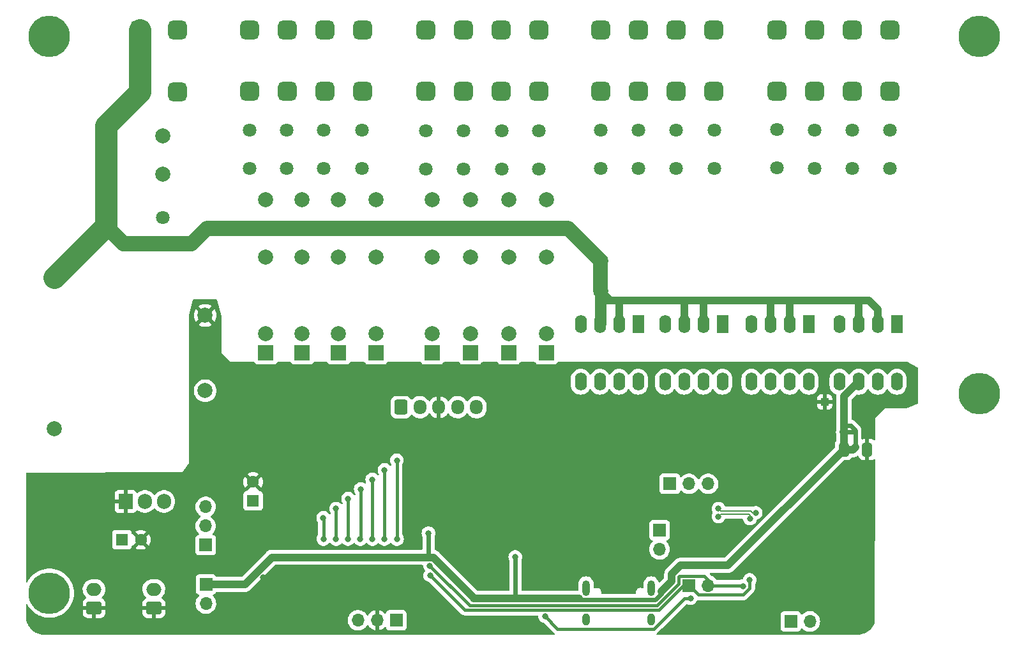
<source format=gbl>
G04 #@! TF.GenerationSoftware,KiCad,Pcbnew,7.0.5*
G04 #@! TF.CreationDate,2024-05-28T18:46:16+02:00*
G04 #@! TF.ProjectId,hamodule,68616d6f-6475-46c6-952e-6b696361645f,20240528.23.8*
G04 #@! TF.SameCoordinates,Original*
G04 #@! TF.FileFunction,Copper,L2,Bot*
G04 #@! TF.FilePolarity,Positive*
%FSLAX46Y46*%
G04 Gerber Fmt 4.6, Leading zero omitted, Abs format (unit mm)*
G04 Created by KiCad (PCBNEW 7.0.5) date 2024-05-28 18:46:16*
%MOMM*%
%LPD*%
G01*
G04 APERTURE LIST*
G04 Aperture macros list*
%AMRoundRect*
0 Rectangle with rounded corners*
0 $1 Rounding radius*
0 $2 $3 $4 $5 $6 $7 $8 $9 X,Y pos of 4 corners*
0 Add a 4 corners polygon primitive as box body*
4,1,4,$2,$3,$4,$5,$6,$7,$8,$9,$2,$3,0*
0 Add four circle primitives for the rounded corners*
1,1,$1+$1,$2,$3*
1,1,$1+$1,$4,$5*
1,1,$1+$1,$6,$7*
1,1,$1+$1,$8,$9*
0 Add four rect primitives between the rounded corners*
20,1,$1+$1,$2,$3,$4,$5,0*
20,1,$1+$1,$4,$5,$6,$7,0*
20,1,$1+$1,$6,$7,$8,$9,0*
20,1,$1+$1,$8,$9,$2,$3,0*%
G04 Aperture macros list end*
G04 #@! TA.AperFunction,ComponentPad*
%ADD10C,5.500000*%
G04 #@! TD*
G04 #@! TA.AperFunction,ComponentPad*
%ADD11R,1.700000X1.700000*%
G04 #@! TD*
G04 #@! TA.AperFunction,ComponentPad*
%ADD12O,1.700000X1.700000*%
G04 #@! TD*
G04 #@! TA.AperFunction,ComponentPad*
%ADD13C,1.800000*%
G04 #@! TD*
G04 #@! TA.AperFunction,ComponentPad*
%ADD14RoundRect,0.250000X0.750000X-0.600000X0.750000X0.600000X-0.750000X0.600000X-0.750000X-0.600000X0*%
G04 #@! TD*
G04 #@! TA.AperFunction,ComponentPad*
%ADD15O,2.000000X1.700000*%
G04 #@! TD*
G04 #@! TA.AperFunction,ComponentPad*
%ADD16R,2.000000X2.000000*%
G04 #@! TD*
G04 #@! TA.AperFunction,ComponentPad*
%ADD17C,2.000000*%
G04 #@! TD*
G04 #@! TA.AperFunction,ComponentPad*
%ADD18R,1.905000X2.000000*%
G04 #@! TD*
G04 #@! TA.AperFunction,ComponentPad*
%ADD19O,1.905000X2.000000*%
G04 #@! TD*
G04 #@! TA.AperFunction,ComponentPad*
%ADD20RoundRect,0.625000X0.625000X0.625000X-0.625000X0.625000X-0.625000X-0.625000X0.625000X-0.625000X0*%
G04 #@! TD*
G04 #@! TA.AperFunction,ComponentPad*
%ADD21R,1.600000X2.400000*%
G04 #@! TD*
G04 #@! TA.AperFunction,ComponentPad*
%ADD22O,1.600000X2.400000*%
G04 #@! TD*
G04 #@! TA.AperFunction,ComponentPad*
%ADD23R,1.600000X1.600000*%
G04 #@! TD*
G04 #@! TA.AperFunction,ComponentPad*
%ADD24C,1.600000*%
G04 #@! TD*
G04 #@! TA.AperFunction,ComponentPad*
%ADD25R,1.000000X1.000000*%
G04 #@! TD*
G04 #@! TA.AperFunction,ComponentPad*
%ADD26O,1.000000X2.100000*%
G04 #@! TD*
G04 #@! TA.AperFunction,ComponentPad*
%ADD27O,1.000000X1.600000*%
G04 #@! TD*
G04 #@! TA.AperFunction,ComponentPad*
%ADD28RoundRect,0.250000X-0.600000X-0.725000X0.600000X-0.725000X0.600000X0.725000X-0.600000X0.725000X0*%
G04 #@! TD*
G04 #@! TA.AperFunction,ComponentPad*
%ADD29O,1.700000X1.950000*%
G04 #@! TD*
G04 #@! TA.AperFunction,SMDPad,CuDef*
%ADD30RoundRect,0.250000X-0.412500X-0.650000X0.412500X-0.650000X0.412500X0.650000X-0.412500X0.650000X0*%
G04 #@! TD*
G04 #@! TA.AperFunction,SMDPad,CuDef*
%ADD31C,2.000000*%
G04 #@! TD*
G04 #@! TA.AperFunction,ViaPad*
%ADD32C,0.800000*%
G04 #@! TD*
G04 #@! TA.AperFunction,Conductor*
%ADD33C,2.000000*%
G04 #@! TD*
G04 #@! TA.AperFunction,Conductor*
%ADD34C,3.000000*%
G04 #@! TD*
G04 #@! TA.AperFunction,Conductor*
%ADD35C,0.400000*%
G04 #@! TD*
G04 #@! TA.AperFunction,Conductor*
%ADD36C,1.000000*%
G04 #@! TD*
G04 #@! TA.AperFunction,Conductor*
%ADD37C,0.600000*%
G04 #@! TD*
G04 #@! TA.AperFunction,Conductor*
%ADD38C,1.500000*%
G04 #@! TD*
G04 #@! TA.AperFunction,Conductor*
%ADD39C,0.200000*%
G04 #@! TD*
G04 APERTURE END LIST*
G04 #@! TA.AperFunction,EtchedComponent*
G36*
X101078902Y-69778099D02*
G01*
X99078902Y-69778099D01*
X99078902Y-65778099D01*
X101078902Y-65778099D01*
X101078902Y-69778099D01*
G37*
G04 #@! TD.AperFunction*
D10*
X150300000Y-83388200D03*
D11*
X47752500Y-108737400D03*
D12*
X47752500Y-111277400D03*
D13*
X34502400Y-58463070D03*
X42002400Y-60096400D03*
D14*
X40839300Y-111899700D03*
D15*
X40839300Y-109399700D03*
D16*
X27656000Y-68046600D03*
D17*
X27656000Y-88046600D03*
X47656000Y-83046600D03*
X47656000Y-73046600D03*
D18*
X37118700Y-97739200D03*
D19*
X39658700Y-97739200D03*
X42198700Y-97739200D03*
D20*
X68567800Y-43332400D03*
X68567800Y-35132401D03*
X63567800Y-43332400D03*
X63567800Y-35132401D03*
X58567800Y-43332400D03*
X58567800Y-35132401D03*
X53567800Y-43332400D03*
X53567800Y-35132401D03*
X44020000Y-43355999D03*
X44020000Y-35156000D03*
X39020000Y-43355999D03*
X39020000Y-35156000D03*
X115140000Y-43328199D03*
X115140000Y-35128200D03*
X110140000Y-43328199D03*
X110140000Y-35128200D03*
X105140000Y-43328199D03*
X105140000Y-35128200D03*
X100140000Y-43328199D03*
X100140000Y-35128200D03*
D17*
X42037000Y-49225200D03*
X42027000Y-54305200D03*
D10*
X27000000Y-36000000D03*
X150300000Y-36000000D03*
D21*
X139389178Y-74236118D03*
D22*
X136849178Y-74236118D03*
X134309178Y-74236118D03*
X131769178Y-74236118D03*
X131769178Y-81856118D03*
X134309178Y-81856118D03*
X136849178Y-81856118D03*
X139389178Y-81856118D03*
D21*
X105081300Y-74239600D03*
D22*
X102541300Y-74239600D03*
X100001300Y-74239600D03*
X97461300Y-74239600D03*
X97461300Y-81859600D03*
X100001300Y-81859600D03*
X102541300Y-81859600D03*
X105081300Y-81859600D03*
D21*
X116257300Y-74239600D03*
D22*
X113717300Y-74239600D03*
X111177300Y-74239600D03*
X108637300Y-74239600D03*
X108637300Y-81859600D03*
X111177300Y-81859600D03*
X113717300Y-81859600D03*
X116257300Y-81859600D03*
D14*
X32914500Y-111899700D03*
D15*
X32914500Y-109399700D03*
D11*
X125305402Y-113659699D03*
D12*
X127845402Y-113659699D03*
D20*
X138497702Y-43328199D03*
X138497702Y-35128200D03*
X133497702Y-43328199D03*
X133497702Y-35128200D03*
X128497702Y-43328199D03*
X128497702Y-35128200D03*
X123497702Y-43328199D03*
X123497702Y-35128200D03*
X91935800Y-43332400D03*
X91935800Y-35132401D03*
X86935800Y-43332400D03*
X86935800Y-35132401D03*
X81935800Y-43332400D03*
X81935800Y-35132401D03*
X76935800Y-43332400D03*
X76935800Y-35132401D03*
D13*
X81902800Y-53619400D03*
X81902800Y-48539400D03*
D16*
X77774800Y-78043900D03*
D17*
X77774800Y-75503900D03*
X77774800Y-65343900D03*
X77774800Y-57723900D03*
D11*
X109284000Y-95402400D03*
D12*
X111824000Y-95402400D03*
X114364000Y-95402400D03*
D13*
X105104000Y-53515900D03*
X105104000Y-48435900D03*
D23*
X54000400Y-97648400D03*
D24*
X54000400Y-95148400D03*
D16*
X82854800Y-78043900D03*
D17*
X82854800Y-75503900D03*
X82854800Y-65343900D03*
X82854800Y-57723900D03*
D13*
X115162400Y-53515900D03*
X115162400Y-48435900D03*
D11*
X107915402Y-101544699D03*
D12*
X107915402Y-104084699D03*
D13*
X133502400Y-53517800D03*
X133502400Y-48437800D03*
D11*
X111805800Y-108889800D03*
D12*
X114345800Y-108889800D03*
D25*
X129807200Y-84531200D03*
D13*
X128497800Y-53517800D03*
X128497800Y-48437800D03*
X68408300Y-53532900D03*
X68408300Y-48452900D03*
D21*
X127705178Y-74236118D03*
D22*
X125165178Y-74236118D03*
X122625178Y-74236118D03*
X120085178Y-74236118D03*
X120085178Y-81856118D03*
X122625178Y-81856118D03*
X125165178Y-81856118D03*
X127705178Y-81856118D03*
D11*
X72992800Y-113501700D03*
D12*
X70452800Y-113501700D03*
X67912800Y-113501700D03*
D13*
X76949800Y-53619400D03*
X76949800Y-48539400D03*
D26*
X98161402Y-109245599D03*
D27*
X98161402Y-113425599D03*
D26*
X106801402Y-109245599D03*
D27*
X106801402Y-113425599D03*
D28*
X73638400Y-85225400D03*
D29*
X76138400Y-85225400D03*
X78638400Y-85225400D03*
X81138400Y-85225400D03*
X83638400Y-85225400D03*
D11*
X47723200Y-103530400D03*
D12*
X47723200Y-100990400D03*
X47723200Y-98450400D03*
D13*
X138480800Y-53517800D03*
X138480800Y-48437800D03*
X110133200Y-53515900D03*
X110133200Y-48435900D03*
X86982800Y-53619400D03*
X86982800Y-48539400D03*
D16*
X55694300Y-78043900D03*
D17*
X55694300Y-75503900D03*
X55694300Y-65343900D03*
X55694300Y-57723900D03*
D16*
X60520300Y-78043900D03*
D17*
X60520300Y-75503900D03*
X60520300Y-65343900D03*
X60520300Y-57723900D03*
D13*
X58488300Y-53532900D03*
X58488300Y-48452900D03*
D16*
X70299300Y-78043900D03*
D17*
X70299300Y-75503900D03*
X70299300Y-65343900D03*
X70299300Y-57723900D03*
D16*
X87934800Y-78043900D03*
D17*
X87934800Y-75503900D03*
X87934800Y-65343900D03*
X87934800Y-57723900D03*
D16*
X92887800Y-78043900D03*
D17*
X92887800Y-75503900D03*
X92887800Y-65343900D03*
X92887800Y-57723900D03*
D16*
X65346300Y-78043900D03*
D17*
X65346300Y-75503900D03*
X65346300Y-65343900D03*
X65346300Y-57723900D03*
D23*
X36610700Y-102819200D03*
D24*
X39110700Y-102819200D03*
D13*
X123497800Y-53488400D03*
X123497800Y-48408400D03*
X100125600Y-53515900D03*
X100125600Y-48435900D03*
X91935800Y-53619400D03*
X91935800Y-48539400D03*
X53535300Y-53532900D03*
X53535300Y-48452900D03*
D10*
X27000000Y-109900000D03*
D13*
X63408300Y-53532900D03*
X63408300Y-48452900D03*
D30*
X132330402Y-90859699D03*
X135455402Y-90859699D03*
D31*
X100078902Y-65778099D03*
X100078902Y-69778099D03*
D32*
X29972000Y-101269800D03*
X44323000Y-106730800D03*
X91363800Y-113436400D03*
X113233200Y-111633000D03*
X92710000Y-112950099D03*
X112014000Y-110566200D03*
X110725408Y-106197400D03*
X88773000Y-105105200D03*
X132316026Y-88542594D03*
X132359400Y-87694199D03*
X133865402Y-90539699D03*
X77266800Y-101955600D03*
X56161983Y-105488783D03*
X111887000Y-106197400D03*
X135115402Y-109042200D03*
X131205402Y-103269699D03*
X68199000Y-86360000D03*
X126771400Y-99009699D03*
X87622900Y-108737400D03*
X129768600Y-96443800D03*
X69022125Y-108236067D03*
X65773581Y-108236535D03*
X91529400Y-103242600D03*
X99005402Y-101369699D03*
X100482400Y-84201000D03*
X99657400Y-102311200D03*
X55354780Y-107850914D03*
X128295400Y-97663000D03*
X111582200Y-85725000D03*
X134988800Y-84251800D03*
X134988800Y-85775800D03*
X72274123Y-108235328D03*
X97993200Y-106400600D03*
X106005402Y-101369699D03*
X124129800Y-96621600D03*
X129705402Y-103269699D03*
X110444505Y-103936800D03*
X78765400Y-91668600D03*
X44323000Y-99898200D03*
X83058000Y-107518200D03*
X124422400Y-84251800D03*
X30048200Y-105359200D03*
X30022800Y-103251000D03*
X106095800Y-103098600D03*
X74472800Y-111201200D03*
X102501400Y-106606099D03*
X129133600Y-91287600D03*
X131305402Y-97669699D03*
X136055600Y-85775800D03*
X125018800Y-95732600D03*
X78867000Y-103708200D03*
X111607600Y-84226400D03*
X129768600Y-97663000D03*
X66573400Y-88595200D03*
X113233200Y-85725000D03*
X124422400Y-85750400D03*
X102057200Y-84251800D03*
X135128000Y-94564200D03*
X98692169Y-106997031D03*
X107772200Y-106756200D03*
X123240800Y-97510600D03*
X113233200Y-84201000D03*
X83058000Y-106248200D03*
X123431800Y-84251800D03*
X105740200Y-106741699D03*
X106730800Y-106741699D03*
X128305402Y-103269699D03*
X94018600Y-103242600D03*
X62521145Y-108235392D03*
X100482400Y-85725000D03*
X131267200Y-96443800D03*
X136081000Y-84251800D03*
X102006400Y-85775800D03*
X81026000Y-114427000D03*
X123406400Y-85775800D03*
X119862468Y-108170199D03*
X77508600Y-107569000D03*
X119005402Y-108969699D03*
X77457800Y-106248200D03*
X119914170Y-99990931D03*
X115729360Y-99742199D03*
X115729360Y-98692199D03*
X120656634Y-99248467D03*
X73061800Y-92278200D03*
X73087200Y-102717600D03*
X71436200Y-93548200D03*
X71410800Y-102718000D03*
X69824600Y-102718000D03*
X69810600Y-94818200D03*
X68286600Y-96088200D03*
X68210400Y-102718000D03*
X63333600Y-102718000D03*
X63308200Y-99898200D03*
X65010000Y-98704400D03*
X65010000Y-102718000D03*
X66610200Y-97358200D03*
X66584800Y-102717600D03*
D33*
X45863840Y-63496400D02*
X36798600Y-63496400D01*
X47892240Y-61468000D02*
X45863840Y-63496400D01*
X36798600Y-63496400D02*
X34502400Y-61200200D01*
D34*
X34502400Y-61200200D02*
X27656000Y-68046600D01*
X34502400Y-58463070D02*
X34502400Y-61200200D01*
X34502400Y-47873599D02*
X34502400Y-58463070D01*
X39020000Y-43355999D02*
X34502400Y-47873599D01*
D35*
X107169593Y-114630200D02*
X111233593Y-110566200D01*
X94390101Y-114630200D02*
X107169593Y-114630200D01*
X92710000Y-112950099D02*
X94390101Y-114630200D01*
X111233593Y-110566200D02*
X112014000Y-110566200D01*
D36*
X83302593Y-110537358D02*
X83302593Y-110620200D01*
D37*
X132317832Y-88544400D02*
X133865402Y-88544400D01*
D36*
X132330402Y-88261402D02*
X132359400Y-88232404D01*
X109545005Y-107377803D02*
X110725408Y-106197400D01*
X82915318Y-110150082D02*
X83302593Y-110537358D01*
X109545005Y-108282304D02*
X108126254Y-109701055D01*
X132330402Y-88528218D02*
X132330402Y-88261402D01*
X132359400Y-88232404D02*
X132359400Y-87694199D01*
X132330402Y-90859699D02*
X132330402Y-88261402D01*
X47752500Y-108737400D02*
X52913365Y-108737400D01*
D37*
X97209000Y-110620200D02*
X97384399Y-110795599D01*
X108126254Y-109983897D02*
X108126254Y-109701055D01*
X133865402Y-88544400D02*
X133865402Y-88297802D01*
D36*
X76428600Y-105148200D02*
X77241400Y-105148200D01*
X132330402Y-90859699D02*
X116992701Y-106197400D01*
X52913365Y-108737400D02*
X56161983Y-105488783D01*
X82915318Y-110150082D02*
X83385436Y-110620200D01*
D37*
X77266800Y-105122800D02*
X77241400Y-105148200D01*
X107314552Y-110795599D02*
X108126254Y-109983897D01*
X133261799Y-87694199D02*
X132359400Y-87694199D01*
D36*
X132330402Y-90859699D02*
X133545402Y-90859699D01*
X56161983Y-105488783D02*
X56502566Y-105148200D01*
X132316026Y-88542594D02*
X132330402Y-88528218D01*
X116992701Y-106197400D02*
X110725408Y-106197400D01*
X77241400Y-105148200D02*
X77913435Y-105148200D01*
D37*
X133865402Y-88297802D02*
X133261799Y-87694199D01*
D36*
X133545402Y-90859699D02*
X133865402Y-90539699D01*
X109545005Y-108282304D02*
X109545005Y-107377803D01*
X77913435Y-105148200D02*
X82915318Y-110150082D01*
D37*
X88773000Y-110620200D02*
X88773000Y-105105200D01*
D36*
X88773000Y-110620200D02*
X97209000Y-110620200D01*
D37*
X133865402Y-88544400D02*
X133865402Y-90539699D01*
X132316026Y-88542594D02*
X132317832Y-88544400D01*
X77266800Y-101955600D02*
X77266800Y-105122800D01*
D36*
X132359400Y-83805896D02*
X132359400Y-87694199D01*
X134309178Y-81856118D02*
X132359400Y-83805896D01*
X56502566Y-105148200D02*
X76428600Y-105148200D01*
D37*
X97384399Y-110795599D02*
X107314552Y-110795599D01*
D36*
X83385436Y-110620200D02*
X88773000Y-110620200D01*
D33*
X95768803Y-61468000D02*
X100078902Y-65778099D01*
X47892240Y-61468000D02*
X95768803Y-61468000D01*
D34*
X39020000Y-43355999D02*
X39020000Y-35156000D01*
D35*
X118966672Y-110139800D02*
X119862468Y-109244004D01*
X82090199Y-112150599D02*
X107798030Y-112150599D01*
X77508600Y-107569000D02*
X82090199Y-112150599D01*
X111805800Y-108889800D02*
X113055800Y-110139800D01*
X113055800Y-110139800D02*
X118966672Y-110139800D01*
X107798030Y-112150599D02*
X111058829Y-108889800D01*
X111058829Y-108889800D02*
X111805800Y-108889800D01*
X119862468Y-109244004D02*
X119862468Y-108170199D01*
X113837400Y-107639800D02*
X114345800Y-108148200D01*
X110464451Y-108635650D02*
X110464451Y-107731149D01*
X77457800Y-106248200D02*
X82729800Y-111520200D01*
X114345800Y-108148200D02*
X114345800Y-108889800D01*
X118925503Y-108889800D02*
X119005402Y-108969699D01*
X110555800Y-107639800D02*
X113837400Y-107639800D01*
X110464451Y-107731149D02*
X110555800Y-107639800D01*
X107579901Y-111520200D02*
X110464451Y-108635650D01*
X114345800Y-108889800D02*
X118925503Y-108889800D01*
X82729800Y-111520200D02*
X107579901Y-111520200D01*
D36*
X135674600Y-71069200D02*
X136843000Y-72237600D01*
X136843000Y-72237600D02*
X136843000Y-74229940D01*
X134309178Y-71100778D02*
X134277600Y-71069200D01*
X111177300Y-71108300D02*
X111138200Y-71069200D01*
X136843000Y-74229940D02*
X136849178Y-74236118D01*
X111138200Y-71069200D02*
X102553000Y-71069200D01*
X125108200Y-71069200D02*
X134277600Y-71069200D01*
X125165178Y-71126178D02*
X125108200Y-71069200D01*
X113830600Y-71069200D02*
X122669800Y-71069200D01*
D38*
X100078902Y-74161998D02*
X100001300Y-74239600D01*
D36*
X102553000Y-71069200D02*
X102544101Y-71078099D01*
X122625178Y-74236118D02*
X122625178Y-71113822D01*
X102541300Y-74239600D02*
X102541300Y-71080900D01*
X111177300Y-74239600D02*
X111177300Y-71108300D01*
D38*
X100078902Y-69778099D02*
X100078902Y-74161998D01*
D36*
X102541300Y-71080900D02*
X102553000Y-71069200D01*
X113717300Y-74239600D02*
X113717300Y-71182500D01*
X102544101Y-71078099D02*
X100001300Y-71078099D01*
X122625178Y-71113822D02*
X122669800Y-71069200D01*
X113717300Y-71182500D02*
X113830600Y-71069200D01*
X134277600Y-71069200D02*
X135674600Y-71069200D01*
X125165178Y-74236118D02*
X125165178Y-71126178D01*
X134309178Y-74236118D02*
X134309178Y-71100778D01*
X111138200Y-71069200D02*
X113830600Y-71069200D01*
X102553000Y-71069200D02*
X102527600Y-71094600D01*
X101378902Y-71078099D02*
X102070400Y-71078099D01*
X100078902Y-69778099D02*
X101378902Y-71078099D01*
X122669800Y-71069200D02*
X125108200Y-71069200D01*
D39*
X116029359Y-99442200D02*
X119789704Y-99442200D01*
X115729360Y-99742199D02*
X116029359Y-99442200D01*
X119789704Y-99442200D02*
X119914170Y-99566666D01*
X119914170Y-99566666D02*
X119914170Y-99990931D01*
X119976100Y-98992198D02*
X120232369Y-99248467D01*
X120232369Y-99248467D02*
X120656634Y-99248467D01*
X115729360Y-98692199D02*
X116029359Y-98992198D01*
X116029359Y-98992198D02*
X119976100Y-98992198D01*
D35*
X73061800Y-92278200D02*
X73087200Y-92303600D01*
X73087200Y-92303600D02*
X73087200Y-102717600D01*
X71410800Y-102718000D02*
X71410800Y-93573600D01*
X71410800Y-93573600D02*
X71436200Y-93548200D01*
X69810600Y-94818200D02*
X69810600Y-102704000D01*
X69810600Y-102704000D02*
X69824600Y-102718000D01*
X68286600Y-102692200D02*
X68210400Y-102768400D01*
X68286600Y-96088200D02*
X68286600Y-102641800D01*
X68286600Y-102641800D02*
X68210400Y-102718000D01*
X63333600Y-99923600D02*
X63308200Y-99898200D01*
X63333600Y-102718000D02*
X63333600Y-99923600D01*
X65010000Y-98704400D02*
X65010000Y-102718000D01*
X66584800Y-97383600D02*
X66610200Y-97358200D01*
X66584800Y-102718000D02*
X66584800Y-97383600D01*
G04 #@! TA.AperFunction,Conductor*
G36*
X49135303Y-70936485D02*
G01*
X49181058Y-70989289D01*
X49187633Y-71007227D01*
X49807791Y-73212180D01*
X49812419Y-73244840D01*
X49848000Y-78079601D01*
X51016398Y-79222599D01*
X51016400Y-79222600D01*
X54132979Y-79222600D01*
X54200018Y-79242285D01*
X54237996Y-79283078D01*
X54238096Y-79283004D01*
X54238788Y-79283929D01*
X54241815Y-79287180D01*
X54243410Y-79290101D01*
X54243411Y-79290104D01*
X54331039Y-79407161D01*
X54448096Y-79494789D01*
X54585099Y-79545889D01*
X54612350Y-79548818D01*
X54645645Y-79552399D01*
X54645662Y-79552400D01*
X56742938Y-79552400D01*
X56742954Y-79552399D01*
X56769992Y-79549491D01*
X56803501Y-79545889D01*
X56940504Y-79494789D01*
X57057561Y-79407161D01*
X57145189Y-79290104D01*
X57145192Y-79290095D01*
X57146785Y-79287180D01*
X57149144Y-79284820D01*
X57150504Y-79283004D01*
X57150765Y-79283199D01*
X57196188Y-79237771D01*
X57255621Y-79222600D01*
X58958979Y-79222600D01*
X59026018Y-79242285D01*
X59063996Y-79283078D01*
X59064096Y-79283004D01*
X59064788Y-79283929D01*
X59067815Y-79287180D01*
X59069410Y-79290101D01*
X59069411Y-79290104D01*
X59157039Y-79407161D01*
X59274096Y-79494789D01*
X59411099Y-79545889D01*
X59438350Y-79548818D01*
X59471645Y-79552399D01*
X59471662Y-79552400D01*
X61568938Y-79552400D01*
X61568954Y-79552399D01*
X61595992Y-79549491D01*
X61629501Y-79545889D01*
X61766504Y-79494789D01*
X61883561Y-79407161D01*
X61971189Y-79290104D01*
X61971192Y-79290095D01*
X61972785Y-79287180D01*
X61975144Y-79284820D01*
X61976504Y-79283004D01*
X61976765Y-79283199D01*
X62022188Y-79237771D01*
X62081621Y-79222600D01*
X63784979Y-79222600D01*
X63852018Y-79242285D01*
X63889996Y-79283078D01*
X63890096Y-79283004D01*
X63890788Y-79283929D01*
X63893815Y-79287180D01*
X63895410Y-79290101D01*
X63895411Y-79290104D01*
X63983039Y-79407161D01*
X64100096Y-79494789D01*
X64237099Y-79545889D01*
X64264350Y-79548818D01*
X64297645Y-79552399D01*
X64297662Y-79552400D01*
X66394938Y-79552400D01*
X66394954Y-79552399D01*
X66421992Y-79549491D01*
X66455501Y-79545889D01*
X66592504Y-79494789D01*
X66709561Y-79407161D01*
X66797189Y-79290104D01*
X66797192Y-79290095D01*
X66798785Y-79287180D01*
X66801144Y-79284820D01*
X66802504Y-79283004D01*
X66802765Y-79283199D01*
X66848188Y-79237771D01*
X66907621Y-79222600D01*
X68737979Y-79222600D01*
X68805018Y-79242285D01*
X68842996Y-79283078D01*
X68843096Y-79283004D01*
X68843788Y-79283929D01*
X68846815Y-79287180D01*
X68848410Y-79290101D01*
X68848411Y-79290104D01*
X68936039Y-79407161D01*
X69053096Y-79494789D01*
X69190099Y-79545889D01*
X69217350Y-79548818D01*
X69250645Y-79552399D01*
X69250662Y-79552400D01*
X71347938Y-79552400D01*
X71347954Y-79552399D01*
X71374992Y-79549491D01*
X71408501Y-79545889D01*
X71545504Y-79494789D01*
X71662561Y-79407161D01*
X71750189Y-79290104D01*
X71750192Y-79290095D01*
X71751785Y-79287180D01*
X71754144Y-79284820D01*
X71755504Y-79283004D01*
X71755765Y-79283199D01*
X71801188Y-79237771D01*
X71860621Y-79222600D01*
X76213479Y-79222600D01*
X76280518Y-79242285D01*
X76318496Y-79283078D01*
X76318596Y-79283004D01*
X76319288Y-79283929D01*
X76322315Y-79287180D01*
X76323910Y-79290101D01*
X76323911Y-79290104D01*
X76411539Y-79407161D01*
X76528596Y-79494789D01*
X76665599Y-79545889D01*
X76692850Y-79548818D01*
X76726145Y-79552399D01*
X76726162Y-79552400D01*
X78823438Y-79552400D01*
X78823454Y-79552399D01*
X78850492Y-79549491D01*
X78884001Y-79545889D01*
X79021004Y-79494789D01*
X79138061Y-79407161D01*
X79225689Y-79290104D01*
X79225692Y-79290095D01*
X79227285Y-79287180D01*
X79229644Y-79284820D01*
X79231004Y-79283004D01*
X79231265Y-79283199D01*
X79276688Y-79237771D01*
X79336121Y-79222600D01*
X81293479Y-79222600D01*
X81360518Y-79242285D01*
X81398496Y-79283078D01*
X81398596Y-79283004D01*
X81399288Y-79283929D01*
X81402315Y-79287180D01*
X81403910Y-79290101D01*
X81403911Y-79290104D01*
X81491539Y-79407161D01*
X81608596Y-79494789D01*
X81745599Y-79545889D01*
X81772850Y-79548818D01*
X81806145Y-79552399D01*
X81806162Y-79552400D01*
X83903438Y-79552400D01*
X83903454Y-79552399D01*
X83930492Y-79549491D01*
X83964001Y-79545889D01*
X84101004Y-79494789D01*
X84218061Y-79407161D01*
X84305689Y-79290104D01*
X84305692Y-79290095D01*
X84307285Y-79287180D01*
X84309644Y-79284820D01*
X84311004Y-79283004D01*
X84311265Y-79283199D01*
X84356688Y-79237771D01*
X84416121Y-79222600D01*
X86373479Y-79222600D01*
X86440518Y-79242285D01*
X86478496Y-79283078D01*
X86478596Y-79283004D01*
X86479288Y-79283929D01*
X86482315Y-79287180D01*
X86483910Y-79290101D01*
X86483911Y-79290104D01*
X86571539Y-79407161D01*
X86688596Y-79494789D01*
X86825599Y-79545889D01*
X86852850Y-79548818D01*
X86886145Y-79552399D01*
X86886162Y-79552400D01*
X88983438Y-79552400D01*
X88983454Y-79552399D01*
X89010492Y-79549491D01*
X89044001Y-79545889D01*
X89181004Y-79494789D01*
X89298061Y-79407161D01*
X89385689Y-79290104D01*
X89385692Y-79290095D01*
X89387285Y-79287180D01*
X89389644Y-79284820D01*
X89391004Y-79283004D01*
X89391265Y-79283199D01*
X89436688Y-79237771D01*
X89496121Y-79222600D01*
X91326479Y-79222600D01*
X91393518Y-79242285D01*
X91431496Y-79283078D01*
X91431596Y-79283004D01*
X91432288Y-79283929D01*
X91435315Y-79287180D01*
X91436910Y-79290101D01*
X91436911Y-79290104D01*
X91524539Y-79407161D01*
X91641596Y-79494789D01*
X91778599Y-79545889D01*
X91805850Y-79548818D01*
X91839145Y-79552399D01*
X91839162Y-79552400D01*
X93936438Y-79552400D01*
X93936454Y-79552399D01*
X93963492Y-79549491D01*
X93997001Y-79545889D01*
X94134004Y-79494789D01*
X94251061Y-79407161D01*
X94338689Y-79290104D01*
X94338692Y-79290095D01*
X94340285Y-79287180D01*
X94342644Y-79284820D01*
X94344004Y-79283004D01*
X94344265Y-79283199D01*
X94389688Y-79237771D01*
X94449121Y-79222600D01*
X140735442Y-79222600D01*
X140794389Y-79237507D01*
X142111948Y-79949449D01*
X142161570Y-79998636D01*
X142177000Y-80058541D01*
X142177000Y-84677388D01*
X142157315Y-84744427D01*
X142104511Y-84790182D01*
X142101020Y-84791713D01*
X140688234Y-85385125D01*
X140640214Y-85394800D01*
X137808199Y-85394800D01*
X136538199Y-86664799D01*
X136525632Y-89512569D01*
X136505652Y-89579521D01*
X136452646Y-89625043D01*
X136383444Y-89634681D01*
X136336536Y-89617561D01*
X136187026Y-89525342D01*
X136187021Y-89525340D01*
X136020599Y-89470193D01*
X136020592Y-89470192D01*
X135917888Y-89459699D01*
X135705402Y-89459699D01*
X135705402Y-92259698D01*
X135917874Y-92259698D01*
X135917888Y-92259697D01*
X136020599Y-92249204D01*
X136187021Y-92194057D01*
X136187026Y-92194055D01*
X136324609Y-92109193D01*
X136392001Y-92090753D01*
X136458665Y-92111675D01*
X136503435Y-92165317D01*
X136513705Y-92215279D01*
X136418132Y-113871934D01*
X136407209Y-113922278D01*
X136327900Y-114098495D01*
X136324417Y-114105130D01*
X136170280Y-114360107D01*
X136166022Y-114366275D01*
X135982270Y-114600817D01*
X135977301Y-114606426D01*
X135766626Y-114817101D01*
X135761017Y-114822070D01*
X135526475Y-115005822D01*
X135520307Y-115010080D01*
X135265329Y-115164218D01*
X135258694Y-115167701D01*
X134986989Y-115289985D01*
X134979982Y-115292643D01*
X134695538Y-115381278D01*
X134688262Y-115383071D01*
X134395190Y-115436779D01*
X134387751Y-115437683D01*
X134293814Y-115443364D01*
X134290084Y-115443478D01*
X107632029Y-115449494D01*
X107564985Y-115429825D01*
X107519218Y-115377031D01*
X107509259Y-115307875D01*
X107538270Y-115244312D01*
X107555522Y-115227887D01*
X107588238Y-115202255D01*
X107591217Y-115200065D01*
X107642866Y-115164415D01*
X107684509Y-115117408D01*
X107687028Y-115114733D01*
X108243408Y-114558353D01*
X123946902Y-114558353D01*
X123953413Y-114618901D01*
X123953413Y-114618903D01*
X123974449Y-114675300D01*
X124004513Y-114755903D01*
X124092141Y-114872960D01*
X124209198Y-114960588D01*
X124264308Y-114981143D01*
X124339227Y-115009087D01*
X124346201Y-115011688D01*
X124373452Y-115014617D01*
X124406747Y-115018198D01*
X124406764Y-115018199D01*
X126204040Y-115018199D01*
X126204056Y-115018198D01*
X126231094Y-115015290D01*
X126264603Y-115011688D01*
X126271577Y-115009087D01*
X126280330Y-115005822D01*
X126401606Y-114960588D01*
X126518663Y-114872960D01*
X126606291Y-114755903D01*
X126651540Y-114634586D01*
X126693411Y-114578655D01*
X126758876Y-114554238D01*
X126827148Y-114569090D01*
X126858947Y-114593935D01*
X126922162Y-114662605D01*
X127099826Y-114800888D01*
X127099827Y-114800888D01*
X127099829Y-114800890D01*
X127155758Y-114831157D01*
X127297828Y-114908041D01*
X127510767Y-114981143D01*
X127732833Y-115018199D01*
X127957971Y-115018199D01*
X128180037Y-114981143D01*
X128392976Y-114908041D01*
X128590978Y-114800888D01*
X128768642Y-114662605D01*
X128881686Y-114539808D01*
X128921117Y-114496975D01*
X128921118Y-114496973D01*
X128921124Y-114496967D01*
X129044262Y-114308490D01*
X129134698Y-114102315D01*
X129189966Y-113884067D01*
X129189967Y-113884058D01*
X129208558Y-113659704D01*
X129208558Y-113659693D01*
X129189967Y-113435339D01*
X129189965Y-113435327D01*
X129161179Y-113321655D01*
X129134698Y-113217083D01*
X129044262Y-113010908D01*
X128989185Y-112926607D01*
X128956055Y-112875897D01*
X128921124Y-112822431D01*
X128921121Y-112822428D01*
X128921117Y-112822422D01*
X128768645Y-112656796D01*
X128768640Y-112656791D01*
X128621796Y-112542497D01*
X128590978Y-112518510D01*
X128590977Y-112518509D01*
X128590974Y-112518507D01*
X128392982Y-112411360D01*
X128392979Y-112411358D01*
X128392976Y-112411357D01*
X128392973Y-112411356D01*
X128392971Y-112411355D01*
X128180039Y-112338255D01*
X127957971Y-112301199D01*
X127732833Y-112301199D01*
X127510764Y-112338255D01*
X127297832Y-112411355D01*
X127297821Y-112411360D01*
X127099829Y-112518507D01*
X127099824Y-112518511D01*
X126922163Y-112656791D01*
X126881932Y-112700494D01*
X126863545Y-112720468D01*
X126858950Y-112725459D01*
X126799063Y-112761449D01*
X126729225Y-112759348D01*
X126671609Y-112719823D01*
X126651540Y-112684809D01*
X126606291Y-112563495D01*
X126595944Y-112549673D01*
X126518663Y-112446438D01*
X126401606Y-112358810D01*
X126264605Y-112307710D01*
X126204056Y-112301199D01*
X126204040Y-112301199D01*
X124406764Y-112301199D01*
X124406747Y-112301199D01*
X124346199Y-112307710D01*
X124346197Y-112307710D01*
X124209197Y-112358810D01*
X124092141Y-112446438D01*
X124004513Y-112563494D01*
X123953413Y-112700494D01*
X123953413Y-112700496D01*
X123946902Y-112761044D01*
X123946902Y-114558353D01*
X108243408Y-114558353D01*
X111418935Y-111382826D01*
X111480256Y-111349343D01*
X111549948Y-111354327D01*
X111557049Y-111357229D01*
X111557246Y-111357316D01*
X111557248Y-111357318D01*
X111731712Y-111434994D01*
X111918513Y-111474700D01*
X112109487Y-111474700D01*
X112296288Y-111434994D01*
X112470752Y-111357318D01*
X112625253Y-111245066D01*
X112753040Y-111103144D01*
X112848527Y-110937756D01*
X112850451Y-110931831D01*
X112889885Y-110874155D01*
X112954242Y-110846953D01*
X112990732Y-110848174D01*
X113012708Y-110852202D01*
X113012709Y-110852201D01*
X113012710Y-110852202D01*
X113075352Y-110848413D01*
X113079096Y-110848300D01*
X118943382Y-110848300D01*
X118947127Y-110848413D01*
X118951284Y-110848664D01*
X119009765Y-110852202D01*
X119071490Y-110840890D01*
X119075186Y-110840327D01*
X119137473Y-110832765D01*
X119147171Y-110829086D01*
X119168788Y-110823060D01*
X119179001Y-110821189D01*
X119236249Y-110795422D01*
X119239650Y-110794013D01*
X119298347Y-110771754D01*
X119306885Y-110765860D01*
X119326436Y-110754833D01*
X119335898Y-110750575D01*
X119385312Y-110711860D01*
X119388287Y-110709670D01*
X119439945Y-110674015D01*
X119481588Y-110627008D01*
X119484107Y-110624333D01*
X120347001Y-109761439D01*
X120349676Y-109758920D01*
X120396683Y-109717277D01*
X120432338Y-109665619D01*
X120434535Y-109662635D01*
X120455374Y-109636038D01*
X120473243Y-109613230D01*
X120477501Y-109603768D01*
X120488528Y-109584217D01*
X120494422Y-109575679D01*
X120516681Y-109516982D01*
X120518090Y-109513581D01*
X120543857Y-109456333D01*
X120545728Y-109446120D01*
X120551756Y-109424499D01*
X120554283Y-109417836D01*
X120555433Y-109414805D01*
X120562995Y-109352525D01*
X120563558Y-109348821D01*
X120574870Y-109287096D01*
X120574011Y-109272901D01*
X120571081Y-109224451D01*
X120570968Y-109220707D01*
X120570968Y-108788660D01*
X120590653Y-108721621D01*
X120597693Y-108712400D01*
X120597690Y-108712398D01*
X120601504Y-108707147D01*
X120601508Y-108707143D01*
X120696995Y-108541755D01*
X120756010Y-108360127D01*
X120775972Y-108170199D01*
X120756010Y-107980271D01*
X120696995Y-107798643D01*
X120601508Y-107633255D01*
X120473721Y-107491333D01*
X120319220Y-107379081D01*
X120144756Y-107301405D01*
X120144754Y-107301404D01*
X119957955Y-107261699D01*
X119766981Y-107261699D01*
X119580182Y-107301404D01*
X119580179Y-107301405D01*
X119580180Y-107301405D01*
X119408587Y-107377803D01*
X119405714Y-107379082D01*
X119251213Y-107491334D01*
X119123427Y-107633256D01*
X119027941Y-107798642D01*
X119027939Y-107798646D01*
X118967180Y-107985642D01*
X118927742Y-108043317D01*
X118875031Y-108068613D01*
X118723115Y-108100904D01*
X118602635Y-108154545D01*
X118567477Y-108170199D01*
X118566621Y-108170580D01*
X118516186Y-108181300D01*
X115572756Y-108181300D01*
X115505717Y-108161615D01*
X115468947Y-108125121D01*
X115427184Y-108061199D01*
X115421522Y-108052532D01*
X115318440Y-107940556D01*
X115269043Y-107886897D01*
X115269038Y-107886892D01*
X115105185Y-107759359D01*
X115091376Y-107748611D01*
X115091375Y-107748610D01*
X115091372Y-107748608D01*
X114893380Y-107641461D01*
X114893377Y-107641460D01*
X114893374Y-107641458D01*
X114893368Y-107641456D01*
X114893366Y-107641455D01*
X114840795Y-107623407D01*
X114793377Y-107593807D01*
X114617151Y-107417581D01*
X114583666Y-107356258D01*
X114588650Y-107286566D01*
X114630522Y-107230633D01*
X114695986Y-107206216D01*
X114704832Y-107205900D01*
X116940103Y-107205900D01*
X116946183Y-107206199D01*
X116960212Y-107207580D01*
X116992701Y-107210780D01*
X117190402Y-107191309D01*
X117380505Y-107133641D01*
X117484632Y-107077984D01*
X117555705Y-107039995D01*
X117709269Y-106913968D01*
X117738939Y-106877813D01*
X117742989Y-106873344D01*
X132311817Y-92304517D01*
X132373140Y-92271032D01*
X132399498Y-92268198D01*
X132793439Y-92268198D01*
X132793446Y-92268198D01*
X132897328Y-92257586D01*
X133065640Y-92201814D01*
X133216554Y-92108729D01*
X133341932Y-91983351D01*
X133376628Y-91927099D01*
X133428574Y-91880378D01*
X133482165Y-91868199D01*
X133492804Y-91868199D01*
X133498884Y-91868498D01*
X133512913Y-91869879D01*
X133545402Y-91873079D01*
X133743103Y-91853608D01*
X133933206Y-91795940D01*
X134108406Y-91702294D01*
X134132526Y-91682499D01*
X134196834Y-91655187D01*
X134265702Y-91666978D01*
X134317262Y-91714129D01*
X134328896Y-91739349D01*
X134358543Y-91828818D01*
X134358545Y-91828823D01*
X134450586Y-91978044D01*
X134574556Y-92102014D01*
X134723777Y-92194055D01*
X134723782Y-92194057D01*
X134890204Y-92249204D01*
X134890211Y-92249205D01*
X134992921Y-92259698D01*
X135205401Y-92259698D01*
X135205402Y-92259697D01*
X135205402Y-89459699D01*
X134992931Y-89459699D01*
X134992914Y-89459700D01*
X134890203Y-89470193D01*
X134836905Y-89487854D01*
X134767076Y-89490255D01*
X134707035Y-89454523D01*
X134675843Y-89392003D01*
X134673902Y-89370148D01*
X134673902Y-88593287D01*
X134674291Y-88586348D01*
X134679018Y-88544400D01*
X134678814Y-88542593D01*
X134674292Y-88502459D01*
X134673902Y-88495511D01*
X134673902Y-88392655D01*
X134673903Y-88392638D01*
X134673903Y-88206706D01*
X134673902Y-88206703D01*
X134664504Y-88165530D01*
X134663345Y-88158705D01*
X134658619Y-88116755D01*
X134644675Y-88076907D01*
X134642757Y-88070252D01*
X134633361Y-88029082D01*
X134615044Y-87991046D01*
X134612385Y-87984626D01*
X134598446Y-87944791D01*
X134598445Y-87944787D01*
X134575976Y-87909029D01*
X134572622Y-87902958D01*
X134554312Y-87864936D01*
X134554311Y-87864933D01*
X134527992Y-87831930D01*
X134523966Y-87826255D01*
X134501514Y-87790523D01*
X134501512Y-87790520D01*
X133769080Y-87058088D01*
X133733339Y-87035630D01*
X133727668Y-87031606D01*
X133694670Y-87005290D01*
X133694668Y-87005289D01*
X133656640Y-86986976D01*
X133650550Y-86983610D01*
X133614814Y-86961156D01*
X133614810Y-86961154D01*
X133574973Y-86947214D01*
X133568545Y-86944552D01*
X133530523Y-86926242D01*
X133530519Y-86926240D01*
X133530516Y-86926239D01*
X133530510Y-86926237D01*
X133489365Y-86916845D01*
X133482683Y-86914920D01*
X133450949Y-86903817D01*
X133394171Y-86863097D01*
X133368422Y-86798146D01*
X133367899Y-86786794D01*
X133367899Y-84274991D01*
X133387584Y-84207953D01*
X133404218Y-84187311D01*
X133708557Y-83882972D01*
X134004139Y-83587390D01*
X134065460Y-83553907D01*
X134102625Y-83551545D01*
X134309176Y-83569616D01*
X134309178Y-83569616D01*
X134309180Y-83569616D01*
X134366199Y-83564627D01*
X134537265Y-83549661D01*
X134758421Y-83490402D01*
X134965927Y-83393641D01*
X135153478Y-83262316D01*
X135315376Y-83100418D01*
X135446701Y-82912867D01*
X135466795Y-82869773D01*
X135512968Y-82817333D01*
X135580161Y-82798181D01*
X135647042Y-82818396D01*
X135691560Y-82869773D01*
X135711655Y-82912867D01*
X135842980Y-83100418D01*
X136004878Y-83262316D01*
X136192429Y-83393641D01*
X136317269Y-83451854D01*
X136399928Y-83490399D01*
X136399930Y-83490399D01*
X136399935Y-83490402D01*
X136621091Y-83549661D01*
X136784010Y-83563914D01*
X136849176Y-83569616D01*
X136849178Y-83569616D01*
X136849180Y-83569616D01*
X136906199Y-83564627D01*
X137077265Y-83549661D01*
X137298421Y-83490402D01*
X137505927Y-83393641D01*
X137693478Y-83262316D01*
X137855376Y-83100418D01*
X137986701Y-82912867D01*
X138006795Y-82869773D01*
X138052968Y-82817333D01*
X138120161Y-82798181D01*
X138187042Y-82818396D01*
X138231560Y-82869773D01*
X138251655Y-82912867D01*
X138382980Y-83100418D01*
X138544878Y-83262316D01*
X138732429Y-83393641D01*
X138857269Y-83451854D01*
X138939928Y-83490399D01*
X138939930Y-83490399D01*
X138939935Y-83490402D01*
X139161091Y-83549661D01*
X139324010Y-83563914D01*
X139389176Y-83569616D01*
X139389178Y-83569616D01*
X139389180Y-83569616D01*
X139446199Y-83564627D01*
X139617265Y-83549661D01*
X139838421Y-83490402D01*
X140045927Y-83393641D01*
X140233478Y-83262316D01*
X140395376Y-83100418D01*
X140526701Y-82912867D01*
X140623462Y-82705361D01*
X140682721Y-82484205D01*
X140697678Y-82313245D01*
X140697678Y-81398991D01*
X140682721Y-81228031D01*
X140623462Y-81006875D01*
X140526701Y-80799369D01*
X140395376Y-80611818D01*
X140233478Y-80449920D01*
X140045927Y-80318595D01*
X140045923Y-80318593D01*
X139838427Y-80221836D01*
X139838416Y-80221832D01*
X139617267Y-80162575D01*
X139617259Y-80162574D01*
X139389180Y-80142620D01*
X139389176Y-80142620D01*
X139161096Y-80162574D01*
X139161088Y-80162575D01*
X138939939Y-80221832D01*
X138939928Y-80221836D01*
X138732432Y-80318593D01*
X138732430Y-80318594D01*
X138727456Y-80322077D01*
X138544878Y-80449920D01*
X138544876Y-80449921D01*
X138544873Y-80449924D01*
X138382984Y-80611813D01*
X138382981Y-80611816D01*
X138382980Y-80611818D01*
X138380542Y-80615300D01*
X138251654Y-80799369D01*
X138231560Y-80842463D01*
X138185387Y-80894902D01*
X138118194Y-80914054D01*
X138051313Y-80893838D01*
X138006796Y-80842463D01*
X137986701Y-80799369D01*
X137986700Y-80799369D01*
X137855376Y-80611818D01*
X137693478Y-80449920D01*
X137505927Y-80318595D01*
X137505923Y-80318593D01*
X137298427Y-80221836D01*
X137298416Y-80221832D01*
X137077267Y-80162575D01*
X137077259Y-80162574D01*
X136849180Y-80142620D01*
X136849176Y-80142620D01*
X136621096Y-80162574D01*
X136621088Y-80162575D01*
X136399939Y-80221832D01*
X136399928Y-80221836D01*
X136192432Y-80318593D01*
X136192430Y-80318594D01*
X136187456Y-80322077D01*
X136004878Y-80449920D01*
X136004876Y-80449921D01*
X136004873Y-80449924D01*
X135842984Y-80611813D01*
X135842981Y-80611816D01*
X135842980Y-80611818D01*
X135840542Y-80615300D01*
X135711654Y-80799369D01*
X135691560Y-80842463D01*
X135645387Y-80894902D01*
X135578194Y-80914054D01*
X135511313Y-80893838D01*
X135466796Y-80842463D01*
X135446701Y-80799369D01*
X135446700Y-80799368D01*
X135315376Y-80611818D01*
X135153478Y-80449920D01*
X134965927Y-80318595D01*
X134965923Y-80318593D01*
X134758427Y-80221836D01*
X134758416Y-80221832D01*
X134537267Y-80162575D01*
X134537259Y-80162574D01*
X134309180Y-80142620D01*
X134309176Y-80142620D01*
X134081096Y-80162574D01*
X134081088Y-80162575D01*
X133859939Y-80221832D01*
X133859928Y-80221836D01*
X133652432Y-80318593D01*
X133652430Y-80318594D01*
X133647456Y-80322077D01*
X133464878Y-80449920D01*
X133464876Y-80449921D01*
X133464873Y-80449924D01*
X133302984Y-80611813D01*
X133302981Y-80611816D01*
X133302980Y-80611818D01*
X133300542Y-80615300D01*
X133171654Y-80799369D01*
X133151560Y-80842463D01*
X133105387Y-80894902D01*
X133038194Y-80914054D01*
X132971313Y-80893838D01*
X132926796Y-80842463D01*
X132906701Y-80799369D01*
X132906701Y-80799368D01*
X132775376Y-80611818D01*
X132613478Y-80449920D01*
X132425927Y-80318595D01*
X132425923Y-80318593D01*
X132218427Y-80221836D01*
X132218416Y-80221832D01*
X131997267Y-80162575D01*
X131997259Y-80162574D01*
X131769180Y-80142620D01*
X131769176Y-80142620D01*
X131541096Y-80162574D01*
X131541088Y-80162575D01*
X131319939Y-80221832D01*
X131319928Y-80221836D01*
X131112432Y-80318593D01*
X131112430Y-80318594D01*
X131107456Y-80322077D01*
X130924878Y-80449920D01*
X130924876Y-80449921D01*
X130924873Y-80449924D01*
X130762984Y-80611813D01*
X130762981Y-80611816D01*
X130762980Y-80611818D01*
X130760542Y-80615300D01*
X130631654Y-80799370D01*
X130631653Y-80799372D01*
X130534896Y-81006868D01*
X130534892Y-81006879D01*
X130475635Y-81228028D01*
X130475634Y-81228036D01*
X130460678Y-81398987D01*
X130460678Y-82313248D01*
X130475634Y-82484199D01*
X130475635Y-82484207D01*
X130534892Y-82705356D01*
X130534896Y-82705367D01*
X130631652Y-82912861D01*
X130631655Y-82912867D01*
X130762980Y-83100418D01*
X130924878Y-83262316D01*
X131112429Y-83393641D01*
X131294975Y-83478763D01*
X131347414Y-83524934D01*
X131366566Y-83592127D01*
X131365973Y-83603297D01*
X131346020Y-83805896D01*
X131350601Y-83852413D01*
X131350900Y-83858493D01*
X131350900Y-87997814D01*
X131345560Y-88033810D01*
X131336493Y-88063698D01*
X131317022Y-88261402D01*
X131321603Y-88307919D01*
X131321902Y-88313999D01*
X131321902Y-88344027D01*
X131321603Y-88350107D01*
X131302646Y-88542593D01*
X131321603Y-88735079D01*
X131321902Y-88741159D01*
X131321902Y-89695967D01*
X131303441Y-89761064D01*
X131225788Y-89886958D01*
X131225786Y-89886963D01*
X131170015Y-90055271D01*
X131159402Y-90159146D01*
X131159402Y-90553102D01*
X131139717Y-90620141D01*
X131123083Y-90640783D01*
X116611286Y-105152581D01*
X116549963Y-105186066D01*
X116523605Y-105188900D01*
X110778006Y-105188900D01*
X110771926Y-105188601D01*
X110725408Y-105184020D01*
X110527704Y-105203491D01*
X110409674Y-105239296D01*
X110337602Y-105261159D01*
X110162409Y-105354801D01*
X110162402Y-105354805D01*
X110008839Y-105480832D01*
X109979183Y-105516967D01*
X109975095Y-105521477D01*
X108869082Y-106627490D01*
X108864572Y-106631578D01*
X108828437Y-106661234D01*
X108702410Y-106814797D01*
X108625648Y-106958411D01*
X108608763Y-106989999D01*
X108551096Y-107180099D01*
X108531625Y-107377803D01*
X108536206Y-107424320D01*
X108536505Y-107430400D01*
X108536505Y-107813207D01*
X108516820Y-107880246D01*
X108500186Y-107900888D01*
X107966702Y-108434371D01*
X107905379Y-108467856D01*
X107835687Y-108462872D01*
X107779754Y-108421000D01*
X107760361Y-108382687D01*
X107737643Y-108307795D01*
X107737641Y-108307792D01*
X107737641Y-108307790D01*
X107644000Y-108132600D01*
X107643996Y-108132593D01*
X107517970Y-107979030D01*
X107364407Y-107853004D01*
X107364400Y-107853000D01*
X107189210Y-107759359D01*
X107023906Y-107709215D01*
X106999103Y-107701691D01*
X106999101Y-107701690D01*
X106999103Y-107701690D01*
X106801402Y-107682219D01*
X106603702Y-107701690D01*
X106413593Y-107759359D01*
X106238403Y-107853000D01*
X106238396Y-107853004D01*
X106084833Y-107979030D01*
X105958807Y-108132593D01*
X105958803Y-108132600D01*
X105865162Y-108307790D01*
X105807493Y-108497899D01*
X105792902Y-108646055D01*
X105792902Y-109141694D01*
X105773217Y-109208733D01*
X105720413Y-109254488D01*
X105651255Y-109264432D01*
X105621450Y-109256255D01*
X105521641Y-109214913D01*
X105521639Y-109214912D01*
X105521638Y-109214912D01*
X105507573Y-109213060D01*
X105409129Y-109200099D01*
X105409122Y-109200099D01*
X105333682Y-109200099D01*
X105333674Y-109200099D01*
X105221166Y-109214912D01*
X105221165Y-109214912D01*
X105081172Y-109272899D01*
X105081169Y-109272900D01*
X105081169Y-109272901D01*
X104960951Y-109365148D01*
X104907322Y-109435039D01*
X104868702Y-109485369D01*
X104810715Y-109625362D01*
X104810714Y-109625364D01*
X104790936Y-109775598D01*
X104800325Y-109846913D01*
X104789560Y-109915949D01*
X104743180Y-109968205D01*
X104677386Y-109987099D01*
X100285418Y-109987099D01*
X100218379Y-109967414D01*
X100172624Y-109914610D01*
X100162479Y-109846913D01*
X100171868Y-109775598D01*
X100158445Y-109673641D01*
X100152089Y-109625363D01*
X100094100Y-109485366D01*
X100001853Y-109365148D01*
X99881635Y-109272901D01*
X99881631Y-109272899D01*
X99818203Y-109246626D01*
X99741638Y-109214912D01*
X99727573Y-109213060D01*
X99629129Y-109200099D01*
X99629122Y-109200099D01*
X99553682Y-109200099D01*
X99553674Y-109200099D01*
X99441166Y-109214912D01*
X99441162Y-109214913D01*
X99341354Y-109256255D01*
X99271885Y-109263724D01*
X99209406Y-109232449D01*
X99173754Y-109172360D01*
X99169902Y-109141694D01*
X99169902Y-108646055D01*
X99159629Y-108541755D01*
X99155310Y-108497898D01*
X99097643Y-108307795D01*
X99097641Y-108307792D01*
X99097641Y-108307790D01*
X99004000Y-108132600D01*
X99003996Y-108132593D01*
X98877970Y-107979030D01*
X98724407Y-107853004D01*
X98724400Y-107853000D01*
X98549210Y-107759359D01*
X98383906Y-107709215D01*
X98359103Y-107701691D01*
X98359101Y-107701690D01*
X98359103Y-107701690D01*
X98161402Y-107682219D01*
X97963702Y-107701690D01*
X97773593Y-107759359D01*
X97598403Y-107853000D01*
X97598396Y-107853004D01*
X97444833Y-107979030D01*
X97318807Y-108132593D01*
X97318803Y-108132600D01*
X97225162Y-108307790D01*
X97167493Y-108497899D01*
X97152902Y-108646055D01*
X97152902Y-109487700D01*
X97133217Y-109554739D01*
X97080413Y-109600494D01*
X97028902Y-109611700D01*
X89705500Y-109611700D01*
X89638461Y-109592015D01*
X89592706Y-109539211D01*
X89581500Y-109487700D01*
X89581500Y-105555061D01*
X89598114Y-105493059D01*
X89607527Y-105476756D01*
X89666542Y-105295128D01*
X89686504Y-105105200D01*
X89666542Y-104915272D01*
X89607527Y-104733644D01*
X89512040Y-104568256D01*
X89384253Y-104426334D01*
X89229752Y-104314082D01*
X89055288Y-104236406D01*
X89055286Y-104236405D01*
X88868487Y-104196700D01*
X88677513Y-104196700D01*
X88490714Y-104236405D01*
X88316246Y-104314083D01*
X88161745Y-104426335D01*
X88033959Y-104568257D01*
X87938473Y-104733643D01*
X87938470Y-104733650D01*
X87879459Y-104915268D01*
X87879458Y-104915272D01*
X87859496Y-105105200D01*
X87879458Y-105295128D01*
X87879459Y-105295131D01*
X87927569Y-105443199D01*
X87938473Y-105476756D01*
X87940826Y-105480832D01*
X87947886Y-105493059D01*
X87964500Y-105555061D01*
X87964500Y-109487700D01*
X87944815Y-109554739D01*
X87892011Y-109600494D01*
X87840500Y-109611700D01*
X83854532Y-109611700D01*
X83787493Y-109592015D01*
X83766851Y-109575381D01*
X83593399Y-109401929D01*
X82361668Y-108170198D01*
X78663736Y-104472267D01*
X78659657Y-104467766D01*
X78630002Y-104431630D01*
X78476440Y-104305605D01*
X78476433Y-104305601D01*
X78301240Y-104211959D01*
X78250937Y-104196699D01*
X78250934Y-104196699D01*
X78163303Y-104170115D01*
X78104865Y-104131817D01*
X78083856Y-104084704D01*
X106552246Y-104084704D01*
X106570836Y-104309058D01*
X106570838Y-104309070D01*
X106626105Y-104527313D01*
X106716542Y-104733491D01*
X106839678Y-104921964D01*
X106839686Y-104921975D01*
X106992158Y-105087601D01*
X106992162Y-105087605D01*
X107169826Y-105225888D01*
X107169827Y-105225888D01*
X107169829Y-105225890D01*
X107235001Y-105261159D01*
X107367828Y-105333041D01*
X107580767Y-105406143D01*
X107802833Y-105443199D01*
X108027971Y-105443199D01*
X108250037Y-105406143D01*
X108462976Y-105333041D01*
X108660978Y-105225888D01*
X108838642Y-105087605D01*
X108991124Y-104921967D01*
X109114262Y-104733490D01*
X109204698Y-104527315D01*
X109259966Y-104309067D01*
X109269277Y-104196700D01*
X109278558Y-104084704D01*
X109278558Y-104084693D01*
X109259967Y-103860339D01*
X109259965Y-103860327D01*
X109210385Y-103664540D01*
X109204698Y-103642083D01*
X109114262Y-103435908D01*
X108991124Y-103247431D01*
X108991121Y-103247428D01*
X108991117Y-103247422D01*
X108845912Y-103089690D01*
X108814989Y-103027036D01*
X108822849Y-102957610D01*
X108866996Y-102903454D01*
X108893807Y-102889526D01*
X108973986Y-102859619D01*
X109011606Y-102845588D01*
X109128663Y-102757960D01*
X109216291Y-102640903D01*
X109267391Y-102503900D01*
X109271504Y-102465646D01*
X109273901Y-102443353D01*
X109273902Y-102443336D01*
X109273902Y-100646061D01*
X109273901Y-100646044D01*
X109270132Y-100610993D01*
X109267391Y-100585498D01*
X109252237Y-100544870D01*
X109244784Y-100524888D01*
X109216291Y-100448495D01*
X109128663Y-100331438D01*
X109011606Y-100243810D01*
X109011605Y-100243810D01*
X108874605Y-100192710D01*
X108814056Y-100186199D01*
X108814040Y-100186199D01*
X107016764Y-100186199D01*
X107016747Y-100186199D01*
X106956199Y-100192710D01*
X106956197Y-100192710D01*
X106819197Y-100243810D01*
X106702141Y-100331438D01*
X106614513Y-100448494D01*
X106563413Y-100585494D01*
X106563413Y-100585496D01*
X106556902Y-100646044D01*
X106556902Y-102443353D01*
X106563413Y-102503901D01*
X106563413Y-102503903D01*
X106614512Y-102640903D01*
X106614513Y-102640903D01*
X106702141Y-102757960D01*
X106819198Y-102845588D01*
X106871139Y-102864961D01*
X106936997Y-102889526D01*
X106992930Y-102931398D01*
X107017346Y-102996862D01*
X107002494Y-103065135D01*
X106984892Y-103089690D01*
X106839681Y-103247429D01*
X106839678Y-103247433D01*
X106716542Y-103435906D01*
X106626105Y-103642084D01*
X106570838Y-103860327D01*
X106570836Y-103860339D01*
X106552246Y-104084693D01*
X106552246Y-104084704D01*
X78083856Y-104084704D01*
X78076409Y-104068004D01*
X78075300Y-104051455D01*
X78075300Y-102405461D01*
X78091914Y-102343459D01*
X78101327Y-102327156D01*
X78160342Y-102145528D01*
X78180304Y-101955600D01*
X78160342Y-101765672D01*
X78101327Y-101584044D01*
X78005840Y-101418656D01*
X77878053Y-101276734D01*
X77723552Y-101164482D01*
X77549088Y-101086806D01*
X77549086Y-101086805D01*
X77362287Y-101047100D01*
X77171313Y-101047100D01*
X76984514Y-101086805D01*
X76810046Y-101164483D01*
X76655545Y-101276735D01*
X76527759Y-101418657D01*
X76432273Y-101584043D01*
X76432270Y-101584050D01*
X76398148Y-101689068D01*
X76373258Y-101765672D01*
X76353296Y-101955600D01*
X76373258Y-102145528D01*
X76373259Y-102145531D01*
X76432272Y-102327154D01*
X76441686Y-102343459D01*
X76458300Y-102405461D01*
X76458300Y-104015700D01*
X76438615Y-104082739D01*
X76385811Y-104128494D01*
X76334300Y-104139700D01*
X56555164Y-104139700D01*
X56549084Y-104139401D01*
X56502566Y-104134820D01*
X56304862Y-104154291D01*
X56114760Y-104211959D01*
X55939567Y-104305601D01*
X55939560Y-104305605D01*
X55785997Y-104431632D01*
X55756341Y-104467767D01*
X55752253Y-104472277D01*
X55466460Y-104758071D01*
X52531950Y-107692581D01*
X52470627Y-107726066D01*
X52444269Y-107728900D01*
X49172195Y-107728900D01*
X49105156Y-107709215D01*
X49059401Y-107656411D01*
X49056019Y-107648249D01*
X49053389Y-107641196D01*
X48965761Y-107524139D01*
X48848704Y-107436511D01*
X48816019Y-107424320D01*
X48711703Y-107385411D01*
X48651154Y-107378900D01*
X48651138Y-107378900D01*
X46853862Y-107378900D01*
X46853845Y-107378900D01*
X46793297Y-107385411D01*
X46793295Y-107385411D01*
X46656295Y-107436511D01*
X46539239Y-107524139D01*
X46451611Y-107641195D01*
X46400511Y-107778195D01*
X46400511Y-107778197D01*
X46394000Y-107838745D01*
X46394000Y-109636054D01*
X46400511Y-109696602D01*
X46400511Y-109696604D01*
X46429976Y-109775599D01*
X46451611Y-109833604D01*
X46539239Y-109950661D01*
X46656296Y-110038289D01*
X46708237Y-110057662D01*
X46774095Y-110082227D01*
X46830028Y-110124099D01*
X46854444Y-110189563D01*
X46839592Y-110257836D01*
X46821990Y-110282391D01*
X46676779Y-110440130D01*
X46676776Y-110440134D01*
X46553640Y-110628607D01*
X46463203Y-110834785D01*
X46407936Y-111053028D01*
X46407934Y-111053040D01*
X46389344Y-111277394D01*
X46389344Y-111277405D01*
X46407934Y-111501759D01*
X46407936Y-111501771D01*
X46463203Y-111720014D01*
X46553640Y-111926192D01*
X46676776Y-112114665D01*
X46676784Y-112114676D01*
X46804452Y-112253358D01*
X46829260Y-112280306D01*
X47006924Y-112418589D01*
X47006925Y-112418589D01*
X47006927Y-112418591D01*
X47090086Y-112463594D01*
X47204926Y-112525742D01*
X47417865Y-112598844D01*
X47639931Y-112635900D01*
X47865069Y-112635900D01*
X48087135Y-112598844D01*
X48300074Y-112525742D01*
X48498076Y-112418589D01*
X48675740Y-112280306D01*
X48795962Y-112149711D01*
X48828215Y-112114676D01*
X48828216Y-112114674D01*
X48828222Y-112114668D01*
X48951360Y-111926191D01*
X49041796Y-111720016D01*
X49097064Y-111501768D01*
X49102597Y-111434994D01*
X49115656Y-111277405D01*
X49115656Y-111277394D01*
X49097065Y-111053040D01*
X49097063Y-111053028D01*
X49046207Y-110852202D01*
X49041796Y-110834784D01*
X48951360Y-110628609D01*
X48948555Y-110624316D01*
X48828223Y-110440134D01*
X48828215Y-110440123D01*
X48683010Y-110282391D01*
X48652087Y-110219737D01*
X48659947Y-110150311D01*
X48704094Y-110096155D01*
X48730905Y-110082227D01*
X48811084Y-110052320D01*
X48848704Y-110038289D01*
X48965761Y-109950661D01*
X49053389Y-109833604D01*
X49056014Y-109826565D01*
X49097884Y-109770633D01*
X49163348Y-109746216D01*
X49172195Y-109745900D01*
X52860767Y-109745900D01*
X52866847Y-109746199D01*
X52880876Y-109747580D01*
X52913365Y-109750780D01*
X53111066Y-109731309D01*
X53286143Y-109678199D01*
X53301169Y-109673641D01*
X53476369Y-109579995D01*
X53629933Y-109453968D01*
X53659603Y-109417813D01*
X53663653Y-109413344D01*
X56883980Y-106193019D01*
X56945304Y-106159534D01*
X56971662Y-106156700D01*
X76379053Y-106156700D01*
X76423029Y-106156700D01*
X76490068Y-106176385D01*
X76535823Y-106229189D01*
X76546349Y-106267735D01*
X76564258Y-106438128D01*
X76564259Y-106438131D01*
X76623270Y-106619749D01*
X76623273Y-106619756D01*
X76718760Y-106785144D01*
X76760497Y-106831498D01*
X76780611Y-106853837D01*
X76810841Y-106916829D01*
X76802215Y-106986164D01*
X76780615Y-107019777D01*
X76769561Y-107032054D01*
X76769557Y-107032059D01*
X76674073Y-107197443D01*
X76674070Y-107197450D01*
X76615470Y-107377803D01*
X76615058Y-107379072D01*
X76595096Y-107569000D01*
X76615058Y-107758928D01*
X76615059Y-107758931D01*
X76674070Y-107940549D01*
X76674073Y-107940556D01*
X76769560Y-108105944D01*
X76897347Y-108247866D01*
X77051848Y-108360118D01*
X77226312Y-108437794D01*
X77379747Y-108470407D01*
X77441228Y-108503599D01*
X77441643Y-108504013D01*
X81572770Y-112635141D01*
X81575321Y-112637852D01*
X81616926Y-112684814D01*
X81639642Y-112700494D01*
X81668578Y-112720468D01*
X81671578Y-112722675D01*
X81720973Y-112761373D01*
X81720974Y-112761373D01*
X81720975Y-112761374D01*
X81730430Y-112765630D01*
X81749974Y-112776652D01*
X81758521Y-112782551D01*
X81758522Y-112782552D01*
X81758523Y-112782552D01*
X81758524Y-112782553D01*
X81817208Y-112804808D01*
X81820646Y-112806233D01*
X81877869Y-112831987D01*
X81888079Y-112833857D01*
X81909691Y-112839882D01*
X81919398Y-112843564D01*
X81973837Y-112850173D01*
X81981683Y-112851126D01*
X81985389Y-112851690D01*
X82006679Y-112855591D01*
X82047106Y-112863000D01*
X82047106Y-112862999D01*
X82047107Y-112863000D01*
X82109734Y-112859212D01*
X82113478Y-112859099D01*
X91675281Y-112859099D01*
X91742320Y-112878784D01*
X91788075Y-112931588D01*
X91798602Y-112970137D01*
X91816458Y-113140027D01*
X91816459Y-113140030D01*
X91875470Y-113321648D01*
X91875473Y-113321655D01*
X91970960Y-113487043D01*
X92098747Y-113628965D01*
X92253248Y-113741217D01*
X92427712Y-113818893D01*
X92581147Y-113851506D01*
X92642628Y-113884698D01*
X92643046Y-113885114D01*
X93872664Y-115114733D01*
X93875216Y-115117445D01*
X93916823Y-115164410D01*
X93916825Y-115164412D01*
X93916828Y-115164415D01*
X93916830Y-115164416D01*
X93916832Y-115164418D01*
X93968474Y-115200065D01*
X93971467Y-115202266D01*
X94008112Y-115230975D01*
X94048745Y-115287815D01*
X94052197Y-115357600D01*
X94017373Y-115418172D01*
X93955329Y-115450302D01*
X93931667Y-115452586D01*
X74342946Y-115457008D01*
X26392504Y-115457898D01*
X26388712Y-115457782D01*
X26089380Y-115439449D01*
X26081945Y-115438541D01*
X26077281Y-115437683D01*
X26025259Y-115428112D01*
X25788828Y-115384614D01*
X25781557Y-115382816D01*
X25497063Y-115293967D01*
X25490061Y-115291306D01*
X25218359Y-115168835D01*
X25211728Y-115165351D01*
X24956741Y-115011026D01*
X24950579Y-115006768D01*
X24716059Y-114822862D01*
X24710454Y-114817893D01*
X24499786Y-114607059D01*
X24494821Y-114601450D01*
X24390591Y-114468319D01*
X24311089Y-114366772D01*
X24306844Y-114360618D01*
X24187135Y-114162473D01*
X24152723Y-114105514D01*
X24149244Y-114098882D01*
X24149070Y-114098495D01*
X24026978Y-113827064D01*
X24024330Y-113820075D01*
X23990528Y-113711544D01*
X23935700Y-113535503D01*
X23933912Y-113528240D01*
X23929052Y-113501705D01*
X66549644Y-113501705D01*
X66568234Y-113726059D01*
X66568236Y-113726071D01*
X66623503Y-113944314D01*
X66713940Y-114150492D01*
X66837076Y-114338965D01*
X66837084Y-114338976D01*
X66982535Y-114496975D01*
X66989560Y-114504606D01*
X67167224Y-114642889D01*
X67167225Y-114642889D01*
X67167227Y-114642891D01*
X67227114Y-114675300D01*
X67365226Y-114750042D01*
X67560562Y-114817101D01*
X67577343Y-114822862D01*
X67578165Y-114823144D01*
X67800231Y-114860200D01*
X68025369Y-114860200D01*
X68247435Y-114823144D01*
X68460374Y-114750042D01*
X68658376Y-114642889D01*
X68836040Y-114504606D01*
X68941095Y-114390487D01*
X68988515Y-114338976D01*
X68988515Y-114338975D01*
X68988522Y-114338968D01*
X69082549Y-114195047D01*
X69135694Y-114149694D01*
X69204925Y-114140270D01*
X69268261Y-114169772D01*
X69287930Y-114191748D01*
X69414690Y-114372778D01*
X69581717Y-114539805D01*
X69775221Y-114675300D01*
X69989307Y-114775129D01*
X69989316Y-114775133D01*
X70202800Y-114832334D01*
X70202800Y-113937201D01*
X70310485Y-113986380D01*
X70417037Y-114001700D01*
X70488563Y-114001700D01*
X70595115Y-113986380D01*
X70702800Y-113937201D01*
X70702800Y-114832333D01*
X70916283Y-114775133D01*
X70916292Y-114775129D01*
X71130378Y-114675300D01*
X71323878Y-114539808D01*
X71439714Y-114423972D01*
X71501037Y-114390487D01*
X71570729Y-114395471D01*
X71626663Y-114437342D01*
X71643577Y-114468319D01*
X71691910Y-114597903D01*
X71698764Y-114607059D01*
X71779539Y-114714961D01*
X71896596Y-114802589D01*
X72033599Y-114853689D01*
X72060850Y-114856618D01*
X72094145Y-114860199D01*
X72094162Y-114860200D01*
X73891438Y-114860200D01*
X73891454Y-114860199D01*
X73918492Y-114857291D01*
X73952001Y-114853689D01*
X74089004Y-114802589D01*
X74206061Y-114714961D01*
X74293689Y-114597904D01*
X74344789Y-114460901D01*
X74350784Y-114405142D01*
X74351299Y-114400354D01*
X74351300Y-114400337D01*
X74351300Y-112603062D01*
X74351299Y-112603045D01*
X74347046Y-112563494D01*
X74344789Y-112542499D01*
X74342022Y-112535081D01*
X74315359Y-112463594D01*
X74293689Y-112405496D01*
X74206061Y-112288439D01*
X74089004Y-112200811D01*
X73952003Y-112149711D01*
X73891454Y-112143200D01*
X73891438Y-112143200D01*
X72094162Y-112143200D01*
X72094145Y-112143200D01*
X72033597Y-112149711D01*
X72033595Y-112149711D01*
X71896595Y-112200811D01*
X71779539Y-112288439D01*
X71691911Y-112405495D01*
X71643577Y-112535081D01*
X71601705Y-112591014D01*
X71536241Y-112615430D01*
X71467968Y-112600578D01*
X71439715Y-112579427D01*
X71323882Y-112463594D01*
X71130378Y-112328099D01*
X70916292Y-112228270D01*
X70916286Y-112228267D01*
X70702800Y-112171064D01*
X70702800Y-113066198D01*
X70595115Y-113017020D01*
X70488563Y-113001700D01*
X70417037Y-113001700D01*
X70310485Y-113017020D01*
X70202800Y-113066198D01*
X70202800Y-112171064D01*
X70202799Y-112171064D01*
X69989313Y-112228267D01*
X69989307Y-112228270D01*
X69775222Y-112328099D01*
X69775220Y-112328100D01*
X69581726Y-112463586D01*
X69581720Y-112463591D01*
X69414691Y-112630620D01*
X69414690Y-112630622D01*
X69287931Y-112811652D01*
X69233354Y-112855277D01*
X69163855Y-112862469D01*
X69101501Y-112830947D01*
X69082552Y-112808356D01*
X68988522Y-112664432D01*
X68988515Y-112664425D01*
X68988515Y-112664423D01*
X68836043Y-112498797D01*
X68836038Y-112498792D01*
X68692604Y-112387152D01*
X68658376Y-112360511D01*
X68658375Y-112360510D01*
X68658372Y-112360508D01*
X68460380Y-112253361D01*
X68460377Y-112253359D01*
X68460374Y-112253358D01*
X68460371Y-112253357D01*
X68460369Y-112253356D01*
X68247437Y-112180256D01*
X68025369Y-112143200D01*
X67800231Y-112143200D01*
X67578162Y-112180256D01*
X67365230Y-112253356D01*
X67365219Y-112253361D01*
X67167227Y-112360508D01*
X67167222Y-112360512D01*
X66989561Y-112498792D01*
X66989556Y-112498797D01*
X66837084Y-112664423D01*
X66837078Y-112664432D01*
X66713940Y-112852907D01*
X66623503Y-113059085D01*
X66568236Y-113277328D01*
X66568234Y-113277340D01*
X66549644Y-113501694D01*
X66549644Y-113501705D01*
X23929052Y-113501705D01*
X23916894Y-113435331D01*
X23880212Y-113235064D01*
X23879312Y-113227639D01*
X23876113Y-113174718D01*
X23876000Y-113170977D01*
X23876000Y-111462661D01*
X23895685Y-111395622D01*
X23948489Y-111349867D01*
X24017647Y-111339923D01*
X24081203Y-111368948D01*
X24109552Y-111404574D01*
X24203830Y-111582400D01*
X24203835Y-111582407D01*
X24402120Y-111874856D01*
X24630053Y-112143200D01*
X24630869Y-112144160D01*
X24887393Y-112387153D01*
X24887400Y-112387158D01*
X24887402Y-112387160D01*
X24911523Y-112405496D01*
X25168686Y-112600986D01*
X25168694Y-112600991D01*
X25168706Y-112600999D01*
X25435378Y-112761449D01*
X25471449Y-112783152D01*
X25627344Y-112855277D01*
X25792128Y-112931515D01*
X25792130Y-112931515D01*
X25792133Y-112931517D01*
X26126979Y-113044339D01*
X26472059Y-113120297D01*
X26823329Y-113158500D01*
X26823335Y-113158500D01*
X27176665Y-113158500D01*
X27176671Y-113158500D01*
X27527941Y-113120297D01*
X27873021Y-113044339D01*
X28207867Y-112931517D01*
X28528551Y-112783152D01*
X28745880Y-112652390D01*
X28831293Y-112600999D01*
X28831297Y-112600996D01*
X28831314Y-112600986D01*
X29112607Y-112387153D01*
X29369131Y-112144160D01*
X29597879Y-111874857D01*
X29796170Y-111582400D01*
X29961678Y-111270218D01*
X30092463Y-110941972D01*
X30186992Y-110601510D01*
X30244156Y-110252823D01*
X30263286Y-109900000D01*
X30259304Y-109826567D01*
X30245685Y-109575381D01*
X30244156Y-109547177D01*
X30210492Y-109341835D01*
X31402316Y-109341835D01*
X31412130Y-109572872D01*
X31412130Y-109572878D01*
X31460851Y-109798940D01*
X31536460Y-109987099D01*
X31547074Y-110013513D01*
X31589383Y-110082227D01*
X31655472Y-110189563D01*
X31668321Y-110210430D01*
X31821102Y-110384024D01*
X31857735Y-110413603D01*
X31897527Y-110471032D01*
X31899954Y-110540860D01*
X31864243Y-110600914D01*
X31844932Y-110615616D01*
X31696159Y-110707380D01*
X31696155Y-110707383D01*
X31572184Y-110831354D01*
X31480143Y-110980575D01*
X31480141Y-110980580D01*
X31424994Y-111147002D01*
X31424993Y-111147009D01*
X31414500Y-111249713D01*
X31414500Y-111649700D01*
X32480814Y-111649700D01*
X32455007Y-111689856D01*
X32414500Y-111827811D01*
X32414500Y-111971589D01*
X32455007Y-112109544D01*
X32480814Y-112149700D01*
X31414501Y-112149700D01*
X31414501Y-112549686D01*
X31424994Y-112652397D01*
X31480141Y-112818819D01*
X31480143Y-112818824D01*
X31572184Y-112968045D01*
X31696154Y-113092015D01*
X31845375Y-113184056D01*
X31845380Y-113184058D01*
X32011802Y-113239205D01*
X32011809Y-113239206D01*
X32114519Y-113249699D01*
X32664499Y-113249699D01*
X32664500Y-113249698D01*
X32664500Y-112335201D01*
X32772185Y-112384380D01*
X32878737Y-112399700D01*
X32950263Y-112399700D01*
X33056815Y-112384380D01*
X33164500Y-112335201D01*
X33164500Y-113249699D01*
X33714472Y-113249699D01*
X33714486Y-113249698D01*
X33817197Y-113239205D01*
X33983619Y-113184058D01*
X33983624Y-113184056D01*
X34132845Y-113092015D01*
X34256815Y-112968045D01*
X34348856Y-112818824D01*
X34348858Y-112818819D01*
X34404005Y-112652397D01*
X34404006Y-112652390D01*
X34414499Y-112549686D01*
X34414500Y-112549673D01*
X34414500Y-112149700D01*
X33348186Y-112149700D01*
X33373993Y-112109544D01*
X33414500Y-111971589D01*
X33414500Y-111827811D01*
X33373993Y-111689856D01*
X33348186Y-111649700D01*
X34414499Y-111649700D01*
X34414499Y-111249728D01*
X34414498Y-111249713D01*
X34404005Y-111147002D01*
X34348858Y-110980580D01*
X34348856Y-110980575D01*
X34256815Y-110831354D01*
X34132845Y-110707384D01*
X33983652Y-110615361D01*
X33936928Y-110563413D01*
X33925705Y-110494450D01*
X33953549Y-110430368D01*
X33962937Y-110420311D01*
X34087976Y-110300472D01*
X34225485Y-110114547D01*
X34329595Y-109908057D01*
X34397311Y-109686943D01*
X34426684Y-109457565D01*
X34421768Y-109341835D01*
X39327116Y-109341835D01*
X39336930Y-109572872D01*
X39336930Y-109572878D01*
X39385651Y-109798940D01*
X39461260Y-109987099D01*
X39471874Y-110013513D01*
X39514183Y-110082227D01*
X39580272Y-110189563D01*
X39593121Y-110210430D01*
X39745902Y-110384024D01*
X39782535Y-110413603D01*
X39822327Y-110471032D01*
X39824754Y-110540860D01*
X39789043Y-110600914D01*
X39769732Y-110615616D01*
X39620959Y-110707380D01*
X39620955Y-110707383D01*
X39496984Y-110831354D01*
X39404943Y-110980575D01*
X39404941Y-110980580D01*
X39349794Y-111147002D01*
X39349793Y-111147009D01*
X39339300Y-111249713D01*
X39339300Y-111649700D01*
X40405614Y-111649700D01*
X40379807Y-111689856D01*
X40339300Y-111827811D01*
X40339300Y-111971589D01*
X40379807Y-112109544D01*
X40405614Y-112149700D01*
X39339301Y-112149700D01*
X39339301Y-112549686D01*
X39349794Y-112652397D01*
X39404941Y-112818819D01*
X39404943Y-112818824D01*
X39496984Y-112968045D01*
X39620954Y-113092015D01*
X39770175Y-113184056D01*
X39770180Y-113184058D01*
X39936602Y-113239205D01*
X39936609Y-113239206D01*
X40039319Y-113249699D01*
X40589299Y-113249699D01*
X40589300Y-113249698D01*
X40589300Y-112335201D01*
X40696985Y-112384380D01*
X40803537Y-112399700D01*
X40875063Y-112399700D01*
X40981615Y-112384380D01*
X41089300Y-112335201D01*
X41089300Y-113249699D01*
X41639272Y-113249699D01*
X41639286Y-113249698D01*
X41741997Y-113239205D01*
X41908419Y-113184058D01*
X41908424Y-113184056D01*
X42057645Y-113092015D01*
X42181615Y-112968045D01*
X42273656Y-112818824D01*
X42273658Y-112818819D01*
X42328805Y-112652397D01*
X42328806Y-112652390D01*
X42339299Y-112549686D01*
X42339300Y-112549673D01*
X42339300Y-112149700D01*
X41272986Y-112149700D01*
X41298793Y-112109544D01*
X41339300Y-111971589D01*
X41339300Y-111827811D01*
X41298793Y-111689856D01*
X41272986Y-111649700D01*
X42339299Y-111649700D01*
X42339299Y-111249728D01*
X42339298Y-111249713D01*
X42328805Y-111147002D01*
X42273658Y-110980580D01*
X42273656Y-110980575D01*
X42181615Y-110831354D01*
X42057645Y-110707384D01*
X41908452Y-110615361D01*
X41861728Y-110563413D01*
X41850505Y-110494450D01*
X41878349Y-110430368D01*
X41887737Y-110420311D01*
X42012776Y-110300472D01*
X42150285Y-110114547D01*
X42254395Y-109908057D01*
X42322111Y-109686943D01*
X42351484Y-109457565D01*
X42341669Y-109226522D01*
X42335974Y-109200099D01*
X42292948Y-109000459D01*
X42249101Y-108891341D01*
X42206726Y-108785887D01*
X42085479Y-108588970D01*
X41932698Y-108415376D01*
X41932696Y-108415374D01*
X41932694Y-108415372D01*
X41752782Y-108270104D01*
X41752776Y-108270099D01*
X41550894Y-108157321D01*
X41332853Y-108080282D01*
X41332843Y-108080279D01*
X41104934Y-108041200D01*
X41104925Y-108041200D01*
X40631587Y-108041200D01*
X40631569Y-108041200D01*
X40458886Y-108055897D01*
X40235093Y-108114169D01*
X40235089Y-108114170D01*
X40024380Y-108209416D01*
X40024368Y-108209423D01*
X39832786Y-108338909D01*
X39832777Y-108338917D01*
X39665828Y-108498923D01*
X39665825Y-108498927D01*
X39665824Y-108498928D01*
X39615352Y-108567170D01*
X39528313Y-108684855D01*
X39424205Y-108891341D01*
X39356488Y-109112459D01*
X39327116Y-109341835D01*
X34421768Y-109341835D01*
X34416869Y-109226522D01*
X34411174Y-109200099D01*
X34368148Y-109000459D01*
X34324301Y-108891341D01*
X34281926Y-108785887D01*
X34160679Y-108588970D01*
X34007898Y-108415376D01*
X34007896Y-108415374D01*
X34007894Y-108415372D01*
X33827982Y-108270104D01*
X33827976Y-108270099D01*
X33626094Y-108157321D01*
X33408053Y-108080282D01*
X33408043Y-108080279D01*
X33180134Y-108041200D01*
X33180125Y-108041200D01*
X32706787Y-108041200D01*
X32706769Y-108041200D01*
X32534086Y-108055897D01*
X32310293Y-108114169D01*
X32310289Y-108114170D01*
X32099580Y-108209416D01*
X32099568Y-108209423D01*
X31907986Y-108338909D01*
X31907977Y-108338917D01*
X31741028Y-108498923D01*
X31741025Y-108498927D01*
X31741024Y-108498928D01*
X31690552Y-108567170D01*
X31603513Y-108684855D01*
X31499405Y-108891341D01*
X31431688Y-109112459D01*
X31402316Y-109341835D01*
X30210492Y-109341835D01*
X30186992Y-109198490D01*
X30101713Y-108891343D01*
X30092465Y-108858033D01*
X30092464Y-108858031D01*
X29961682Y-108529791D01*
X29961673Y-108529773D01*
X29948018Y-108504016D01*
X29796170Y-108217600D01*
X29597879Y-107925143D01*
X29490434Y-107798649D01*
X29369138Y-107655848D01*
X29369133Y-107655842D01*
X29353945Y-107641455D01*
X29112607Y-107412847D01*
X29112600Y-107412841D01*
X29112597Y-107412839D01*
X28966006Y-107301404D01*
X28831314Y-107199014D01*
X28831308Y-107199010D01*
X28831293Y-107199000D01*
X28528555Y-107016850D01*
X28528549Y-107016847D01*
X28207871Y-106868484D01*
X27873023Y-106755661D01*
X27527939Y-106679702D01*
X27176672Y-106641500D01*
X27176671Y-106641500D01*
X26823329Y-106641500D01*
X26823327Y-106641500D01*
X26472060Y-106679702D01*
X26126976Y-106755661D01*
X25792128Y-106868484D01*
X25471450Y-107016847D01*
X25471444Y-107016850D01*
X25168706Y-107199000D01*
X25168690Y-107199011D01*
X24887402Y-107412839D01*
X24887393Y-107412847D01*
X24630866Y-107655842D01*
X24630861Y-107655848D01*
X24402120Y-107925143D01*
X24203830Y-108217599D01*
X24109555Y-108395421D01*
X24060762Y-108445430D01*
X23992677Y-108461122D01*
X23926917Y-108437512D01*
X23884360Y-108382098D01*
X23876000Y-108337338D01*
X23876000Y-103667854D01*
X35302200Y-103667854D01*
X35308711Y-103728402D01*
X35308711Y-103728404D01*
X35357917Y-103860327D01*
X35359811Y-103865404D01*
X35447439Y-103982461D01*
X35564496Y-104070089D01*
X35701499Y-104121189D01*
X35728750Y-104124118D01*
X35762045Y-104127699D01*
X35762062Y-104127700D01*
X37459338Y-104127700D01*
X37459354Y-104127699D01*
X37486392Y-104124791D01*
X37519901Y-104121189D01*
X37656904Y-104070089D01*
X37773961Y-103982461D01*
X37861589Y-103865404D01*
X37912689Y-103728401D01*
X37916291Y-103694892D01*
X37919199Y-103667854D01*
X37919377Y-103664531D01*
X37919555Y-103664540D01*
X37919556Y-103664535D01*
X37919659Y-103664546D01*
X37920828Y-103664608D01*
X37938885Y-103603115D01*
X37991689Y-103557360D01*
X38024665Y-103551680D01*
X38712745Y-102863599D01*
X38725535Y-102944348D01*
X38783059Y-103057245D01*
X38872655Y-103146841D01*
X38985552Y-103204365D01*
X39066299Y-103217153D01*
X38385226Y-103898225D01*
X38385226Y-103898226D01*
X38458212Y-103949331D01*
X38458216Y-103949333D01*
X38664373Y-104045465D01*
X38664382Y-104045469D01*
X38884089Y-104104339D01*
X38884100Y-104104341D01*
X39110698Y-104124166D01*
X39110702Y-104124166D01*
X39337299Y-104104341D01*
X39337310Y-104104339D01*
X39557017Y-104045469D01*
X39557031Y-104045464D01*
X39763178Y-103949336D01*
X39836172Y-103898225D01*
X39155101Y-103217153D01*
X39235848Y-103204365D01*
X39348745Y-103146841D01*
X39438341Y-103057245D01*
X39495865Y-102944348D01*
X39508653Y-102863600D01*
X40189725Y-103544672D01*
X40240836Y-103471678D01*
X40336964Y-103265531D01*
X40336969Y-103265517D01*
X40395839Y-103045810D01*
X40395841Y-103045799D01*
X40415666Y-102819202D01*
X40415666Y-102819197D01*
X40395841Y-102592600D01*
X40395839Y-102592589D01*
X40336969Y-102372882D01*
X40336965Y-102372873D01*
X40240833Y-102166716D01*
X40240831Y-102166712D01*
X40189726Y-102093726D01*
X40189725Y-102093726D01*
X39508653Y-102774798D01*
X39495865Y-102694052D01*
X39438341Y-102581155D01*
X39348745Y-102491559D01*
X39235848Y-102434035D01*
X39155099Y-102421245D01*
X39836172Y-101740173D01*
X39763183Y-101689066D01*
X39763181Y-101689065D01*
X39557026Y-101592934D01*
X39557017Y-101592930D01*
X39337310Y-101534060D01*
X39337299Y-101534058D01*
X39110702Y-101514234D01*
X39110698Y-101514234D01*
X38884100Y-101534058D01*
X38884089Y-101534060D01*
X38664382Y-101592930D01*
X38664373Y-101592934D01*
X38458213Y-101689068D01*
X38385226Y-101740173D01*
X39066298Y-102421246D01*
X38985552Y-102434035D01*
X38872655Y-102491559D01*
X38783059Y-102581155D01*
X38725535Y-102694052D01*
X38712746Y-102774798D01*
X38023608Y-102085662D01*
X37985506Y-102078005D01*
X37935324Y-102029389D01*
X37920665Y-101973800D01*
X37919659Y-101973853D01*
X37919556Y-101973865D01*
X37919555Y-101973859D01*
X37919377Y-101973869D01*
X37919199Y-101970545D01*
X37915857Y-101939470D01*
X37912689Y-101909999D01*
X37861589Y-101772996D01*
X37773961Y-101655939D01*
X37656904Y-101568311D01*
X37656904Y-101568310D01*
X37519903Y-101517211D01*
X37459354Y-101510700D01*
X37459338Y-101510700D01*
X35762062Y-101510700D01*
X35762045Y-101510700D01*
X35701497Y-101517211D01*
X35701495Y-101517211D01*
X35564495Y-101568311D01*
X35447439Y-101655939D01*
X35359811Y-101772995D01*
X35308711Y-101909995D01*
X35308711Y-101909997D01*
X35302200Y-101970545D01*
X35302200Y-103667854D01*
X23876000Y-103667854D01*
X23876000Y-100990405D01*
X46360044Y-100990405D01*
X46378634Y-101214759D01*
X46378636Y-101214771D01*
X46433903Y-101433014D01*
X46524340Y-101639192D01*
X46647476Y-101827665D01*
X46647484Y-101827676D01*
X46792689Y-101985408D01*
X46823612Y-102048062D01*
X46815752Y-102117488D01*
X46771605Y-102171644D01*
X46744796Y-102185572D01*
X46626994Y-102229511D01*
X46509939Y-102317139D01*
X46422311Y-102434195D01*
X46371211Y-102571195D01*
X46371211Y-102571197D01*
X46364700Y-102631745D01*
X46364700Y-104429054D01*
X46371211Y-104489602D01*
X46371211Y-104489604D01*
X46400548Y-104568256D01*
X46422311Y-104626604D01*
X46509939Y-104743661D01*
X46626996Y-104831289D01*
X46763999Y-104882389D01*
X46791250Y-104885318D01*
X46824545Y-104888899D01*
X46824562Y-104888900D01*
X48621838Y-104888900D01*
X48621854Y-104888899D01*
X48648892Y-104885991D01*
X48682401Y-104882389D01*
X48819404Y-104831289D01*
X48936461Y-104743661D01*
X49024089Y-104626604D01*
X49075189Y-104489601D01*
X49078791Y-104456092D01*
X49081699Y-104429054D01*
X49081700Y-104429037D01*
X49081700Y-102631762D01*
X49081699Y-102631745D01*
X49077490Y-102592600D01*
X49075189Y-102571199D01*
X49024089Y-102434196D01*
X48936461Y-102317139D01*
X48819404Y-102229511D01*
X48815090Y-102227902D01*
X48701604Y-102185572D01*
X48645671Y-102143700D01*
X48621255Y-102078235D01*
X48636108Y-102009962D01*
X48653704Y-101985414D01*
X48798922Y-101827668D01*
X48922060Y-101639191D01*
X49012496Y-101433016D01*
X49067764Y-101214768D01*
X49071931Y-101164482D01*
X49086356Y-100990405D01*
X49086356Y-100990394D01*
X49067765Y-100766040D01*
X49067763Y-100766028D01*
X49012496Y-100547785D01*
X49011217Y-100544870D01*
X48922060Y-100341609D01*
X48798922Y-100153132D01*
X48798919Y-100153129D01*
X48798915Y-100153123D01*
X48646443Y-99987497D01*
X48646438Y-99987492D01*
X48531716Y-99898200D01*
X62394696Y-99898200D01*
X62414658Y-100088128D01*
X62414659Y-100088131D01*
X62473670Y-100269749D01*
X62473673Y-100269756D01*
X62569160Y-100435144D01*
X62589313Y-100457526D01*
X62593249Y-100461897D01*
X62623479Y-100524888D01*
X62625100Y-100544870D01*
X62625100Y-102099538D01*
X62605415Y-102166577D01*
X62598375Y-102175797D01*
X62598379Y-102175800D01*
X62594557Y-102181059D01*
X62499073Y-102346443D01*
X62499070Y-102346450D01*
X62447911Y-102503903D01*
X62440058Y-102528072D01*
X62420096Y-102718000D01*
X62440058Y-102907928D01*
X62440059Y-102907931D01*
X62499070Y-103089549D01*
X62499073Y-103089556D01*
X62594560Y-103254944D01*
X62722347Y-103396866D01*
X62876848Y-103509118D01*
X63051312Y-103586794D01*
X63238113Y-103626500D01*
X63429087Y-103626500D01*
X63615888Y-103586794D01*
X63790352Y-103509118D01*
X63944853Y-103396866D01*
X64072640Y-103254944D01*
X64072640Y-103254943D01*
X64076988Y-103250115D01*
X64078290Y-103251287D01*
X64126811Y-103213872D01*
X64196424Y-103207893D01*
X64258219Y-103240498D01*
X64266578Y-103250145D01*
X64266612Y-103250115D01*
X64270959Y-103254943D01*
X64270960Y-103254944D01*
X64398747Y-103396866D01*
X64553248Y-103509118D01*
X64727712Y-103586794D01*
X64914513Y-103626500D01*
X65105487Y-103626500D01*
X65292288Y-103586794D01*
X65466752Y-103509118D01*
X65621253Y-103396866D01*
X65705431Y-103303375D01*
X65764916Y-103266728D01*
X65834773Y-103268058D01*
X65889728Y-103303376D01*
X65973547Y-103396466D01*
X66128048Y-103508718D01*
X66302512Y-103586394D01*
X66489313Y-103626100D01*
X66680287Y-103626100D01*
X66867088Y-103586394D01*
X67041552Y-103508718D01*
X67196053Y-103396466D01*
X67305271Y-103275166D01*
X67364755Y-103238519D01*
X67434612Y-103239849D01*
X67489569Y-103275168D01*
X67514969Y-103303377D01*
X67599147Y-103396866D01*
X67753648Y-103509118D01*
X67928112Y-103586794D01*
X68114913Y-103626500D01*
X68305887Y-103626500D01*
X68492688Y-103586794D01*
X68667152Y-103509118D01*
X68821653Y-103396866D01*
X68925351Y-103281697D01*
X68984836Y-103245049D01*
X69054693Y-103246379D01*
X69109648Y-103281697D01*
X69213347Y-103396866D01*
X69367848Y-103509118D01*
X69542312Y-103586794D01*
X69729113Y-103626500D01*
X69920087Y-103626500D01*
X70106888Y-103586794D01*
X70281352Y-103509118D01*
X70435853Y-103396866D01*
X70525550Y-103297246D01*
X70585036Y-103260598D01*
X70654893Y-103261928D01*
X70709849Y-103297246D01*
X70799547Y-103396866D01*
X70954048Y-103509118D01*
X71128512Y-103586794D01*
X71315313Y-103626500D01*
X71506287Y-103626500D01*
X71693088Y-103586794D01*
X71867552Y-103509118D01*
X72022053Y-103396866D01*
X72149840Y-103254944D01*
X72149840Y-103254943D01*
X72154188Y-103250115D01*
X72155438Y-103251241D01*
X72204150Y-103213675D01*
X72273763Y-103207691D01*
X72335560Y-103240293D01*
X72343763Y-103249759D01*
X72343812Y-103249715D01*
X72348159Y-103254543D01*
X72348160Y-103254544D01*
X72475947Y-103396466D01*
X72630448Y-103508718D01*
X72804912Y-103586394D01*
X72991713Y-103626100D01*
X73182687Y-103626100D01*
X73369488Y-103586394D01*
X73543952Y-103508718D01*
X73698453Y-103396466D01*
X73826240Y-103254544D01*
X73921727Y-103089156D01*
X73980742Y-102907528D01*
X74000704Y-102717600D01*
X73980742Y-102527672D01*
X73921727Y-102346044D01*
X73850185Y-102222130D01*
X73826242Y-102180659D01*
X73822421Y-102175400D01*
X73823833Y-102174373D01*
X73797318Y-102119103D01*
X73795700Y-102099138D01*
X73795700Y-99742199D01*
X114815856Y-99742199D01*
X114835818Y-99932127D01*
X114835819Y-99932130D01*
X114894830Y-100113748D01*
X114894833Y-100113755D01*
X114990320Y-100279143D01*
X115037407Y-100331438D01*
X115095112Y-100395527D01*
X115118107Y-100421065D01*
X115272608Y-100533317D01*
X115447072Y-100610993D01*
X115633873Y-100650699D01*
X115824847Y-100650699D01*
X116011648Y-100610993D01*
X116186112Y-100533317D01*
X116340613Y-100421065D01*
X116468400Y-100279143D01*
X116563887Y-100113755D01*
X116563887Y-100113754D01*
X116564496Y-100112700D01*
X116615063Y-100064484D01*
X116671883Y-100050700D01*
X118895298Y-100050700D01*
X118962337Y-100070385D01*
X119008092Y-100123189D01*
X119018617Y-100161734D01*
X119020628Y-100180859D01*
X119020629Y-100180862D01*
X119079640Y-100362480D01*
X119079643Y-100362487D01*
X119175130Y-100527875D01*
X119302917Y-100669797D01*
X119457418Y-100782049D01*
X119631882Y-100859725D01*
X119818683Y-100899431D01*
X120009657Y-100899431D01*
X120196458Y-100859725D01*
X120370922Y-100782049D01*
X120525423Y-100669797D01*
X120653210Y-100527875D01*
X120748697Y-100362487D01*
X120798052Y-100210586D01*
X120837489Y-100152913D01*
X120890200Y-100127616D01*
X120938922Y-100117261D01*
X121113386Y-100039585D01*
X121267887Y-99927333D01*
X121395674Y-99785411D01*
X121491161Y-99620023D01*
X121550176Y-99438395D01*
X121570138Y-99248467D01*
X121550176Y-99058539D01*
X121491161Y-98876911D01*
X121395674Y-98711523D01*
X121267887Y-98569601D01*
X121113386Y-98457349D01*
X120938922Y-98379673D01*
X120938920Y-98379672D01*
X120752121Y-98339967D01*
X120561147Y-98339967D01*
X120374347Y-98379672D01*
X120374344Y-98379673D01*
X120284727Y-98419572D01*
X120215476Y-98428856D01*
X120186840Y-98420853D01*
X120134951Y-98399359D01*
X120117811Y-98397103D01*
X120115556Y-98396806D01*
X120115555Y-98396805D01*
X120013804Y-98383410D01*
X120013778Y-98383408D01*
X119976101Y-98378448D01*
X119976099Y-98378448D01*
X119966802Y-98379672D01*
X119940251Y-98383167D01*
X119932154Y-98383698D01*
X116671883Y-98383698D01*
X116604844Y-98364013D01*
X116564496Y-98321698D01*
X116530440Y-98262712D01*
X116468400Y-98155255D01*
X116340613Y-98013333D01*
X116186112Y-97901081D01*
X116011648Y-97823405D01*
X116011646Y-97823404D01*
X115824847Y-97783699D01*
X115633873Y-97783699D01*
X115447074Y-97823404D01*
X115447071Y-97823405D01*
X115447072Y-97823405D01*
X115273123Y-97900852D01*
X115272606Y-97901082D01*
X115118105Y-98013334D01*
X114990319Y-98155256D01*
X114894833Y-98320642D01*
X114894830Y-98320649D01*
X114837518Y-98497038D01*
X114835818Y-98502271D01*
X114815856Y-98692199D01*
X114835818Y-98882127D01*
X114835819Y-98882130D01*
X114894830Y-99063748D01*
X114894833Y-99063755D01*
X114947628Y-99155199D01*
X114964101Y-99223100D01*
X114947628Y-99279199D01*
X114894833Y-99370642D01*
X114894830Y-99370649D01*
X114835819Y-99552267D01*
X114835818Y-99552271D01*
X114815856Y-99742199D01*
X73795700Y-99742199D01*
X73795700Y-96301054D01*
X107925500Y-96301054D01*
X107932011Y-96361602D01*
X107932011Y-96361604D01*
X107970356Y-96464408D01*
X107983111Y-96498604D01*
X108070739Y-96615661D01*
X108187796Y-96703289D01*
X108324799Y-96754389D01*
X108352050Y-96757318D01*
X108385345Y-96760899D01*
X108385362Y-96760900D01*
X110182638Y-96760900D01*
X110182654Y-96760899D01*
X110209692Y-96757991D01*
X110243201Y-96754389D01*
X110380204Y-96703289D01*
X110497261Y-96615661D01*
X110584889Y-96498604D01*
X110630138Y-96377287D01*
X110672009Y-96321356D01*
X110737474Y-96296939D01*
X110805746Y-96311791D01*
X110837545Y-96336636D01*
X110900760Y-96405306D01*
X111078424Y-96543589D01*
X111078425Y-96543589D01*
X111078427Y-96543591D01*
X111205135Y-96612161D01*
X111276426Y-96650742D01*
X111489365Y-96723844D01*
X111711431Y-96760900D01*
X111936569Y-96760900D01*
X112158635Y-96723844D01*
X112371574Y-96650742D01*
X112569576Y-96543589D01*
X112747240Y-96405306D01*
X112864317Y-96278128D01*
X112899715Y-96239676D01*
X112899715Y-96239675D01*
X112899722Y-96239668D01*
X112990193Y-96101190D01*
X113043338Y-96055837D01*
X113112569Y-96046413D01*
X113175905Y-96075915D01*
X113197804Y-96101187D01*
X113288278Y-96239668D01*
X113288283Y-96239673D01*
X113288284Y-96239676D01*
X113414968Y-96377289D01*
X113440760Y-96405306D01*
X113618424Y-96543589D01*
X113618425Y-96543589D01*
X113618427Y-96543591D01*
X113745135Y-96612161D01*
X113816426Y-96650742D01*
X114029365Y-96723844D01*
X114251431Y-96760900D01*
X114476569Y-96760900D01*
X114698635Y-96723844D01*
X114911574Y-96650742D01*
X115109576Y-96543589D01*
X115287240Y-96405306D01*
X115404317Y-96278128D01*
X115439715Y-96239676D01*
X115439717Y-96239673D01*
X115439722Y-96239668D01*
X115562860Y-96051191D01*
X115653296Y-95845016D01*
X115708564Y-95626768D01*
X115714821Y-95551257D01*
X115727156Y-95402405D01*
X115727156Y-95402394D01*
X115708565Y-95178040D01*
X115708563Y-95178028D01*
X115653296Y-94959785D01*
X115636634Y-94921800D01*
X115562860Y-94753609D01*
X115546706Y-94728884D01*
X115439723Y-94565134D01*
X115439715Y-94565123D01*
X115287243Y-94399497D01*
X115287238Y-94399492D01*
X115135331Y-94281257D01*
X115109576Y-94261211D01*
X115109575Y-94261210D01*
X115109572Y-94261208D01*
X114911580Y-94154061D01*
X114911577Y-94154059D01*
X114911574Y-94154058D01*
X114911571Y-94154057D01*
X114911569Y-94154056D01*
X114698637Y-94080956D01*
X114476569Y-94043900D01*
X114251431Y-94043900D01*
X114029362Y-94080956D01*
X113816430Y-94154056D01*
X113816419Y-94154061D01*
X113618427Y-94261208D01*
X113618422Y-94261212D01*
X113440761Y-94399492D01*
X113440756Y-94399497D01*
X113288284Y-94565123D01*
X113288276Y-94565134D01*
X113197808Y-94703606D01*
X113144662Y-94748962D01*
X113075431Y-94758386D01*
X113012095Y-94728884D01*
X112990192Y-94703606D01*
X112899723Y-94565134D01*
X112899715Y-94565123D01*
X112747243Y-94399497D01*
X112747238Y-94399492D01*
X112595331Y-94281257D01*
X112569576Y-94261211D01*
X112569575Y-94261210D01*
X112569572Y-94261208D01*
X112371580Y-94154061D01*
X112371577Y-94154059D01*
X112371574Y-94154058D01*
X112371571Y-94154057D01*
X112371569Y-94154056D01*
X112158637Y-94080956D01*
X111936569Y-94043900D01*
X111711431Y-94043900D01*
X111489362Y-94080956D01*
X111276430Y-94154056D01*
X111276419Y-94154061D01*
X111078427Y-94261208D01*
X111078422Y-94261212D01*
X110900761Y-94399492D01*
X110837548Y-94468160D01*
X110777661Y-94504150D01*
X110707823Y-94502049D01*
X110650207Y-94462524D01*
X110630138Y-94427510D01*
X110584889Y-94306196D01*
X110551214Y-94261212D01*
X110497261Y-94189139D01*
X110380204Y-94101511D01*
X110374107Y-94099237D01*
X110243203Y-94050411D01*
X110182654Y-94043900D01*
X110182638Y-94043900D01*
X108385362Y-94043900D01*
X108385345Y-94043900D01*
X108324797Y-94050411D01*
X108324795Y-94050411D01*
X108187795Y-94101511D01*
X108070739Y-94189139D01*
X107983111Y-94306195D01*
X107932011Y-94443195D01*
X107932011Y-94443197D01*
X107925500Y-94503745D01*
X107925500Y-96301054D01*
X73795700Y-96301054D01*
X73795700Y-92857272D01*
X73812313Y-92795272D01*
X73896327Y-92649756D01*
X73955342Y-92468128D01*
X73975304Y-92278200D01*
X73955342Y-92088272D01*
X73896327Y-91906644D01*
X73800840Y-91741256D01*
X73673053Y-91599334D01*
X73518552Y-91487082D01*
X73344088Y-91409406D01*
X73344086Y-91409405D01*
X73157287Y-91369700D01*
X72966313Y-91369700D01*
X72779514Y-91409405D01*
X72605046Y-91487083D01*
X72450545Y-91599335D01*
X72322759Y-91741257D01*
X72227273Y-91906643D01*
X72227270Y-91906650D01*
X72168259Y-92088268D01*
X72168258Y-92088272D01*
X72148296Y-92278200D01*
X72168258Y-92468128D01*
X72168259Y-92468131D01*
X72227270Y-92649749D01*
X72227273Y-92649756D01*
X72312089Y-92796662D01*
X72328562Y-92864562D01*
X72305709Y-92930589D01*
X72250788Y-92973780D01*
X72181235Y-92980421D01*
X72119132Y-92948405D01*
X72112552Y-92941634D01*
X72047454Y-92869335D01*
X71980724Y-92820852D01*
X71892952Y-92757082D01*
X71718488Y-92679406D01*
X71718486Y-92679405D01*
X71531687Y-92639700D01*
X71340713Y-92639700D01*
X71153914Y-92679405D01*
X70979446Y-92757083D01*
X70824945Y-92869335D01*
X70697159Y-93011257D01*
X70601673Y-93176643D01*
X70601670Y-93176650D01*
X70542659Y-93358268D01*
X70542658Y-93358272D01*
X70522696Y-93548200D01*
X70542658Y-93738128D01*
X70542659Y-93738131D01*
X70601670Y-93919749D01*
X70601673Y-93919756D01*
X70685687Y-94065272D01*
X70702300Y-94127272D01*
X70702300Y-94127771D01*
X70682615Y-94194810D01*
X70629811Y-94240565D01*
X70560653Y-94250509D01*
X70497097Y-94221484D01*
X70486150Y-94210743D01*
X70421854Y-94139335D01*
X70406021Y-94127831D01*
X70267352Y-94027082D01*
X70092888Y-93949406D01*
X70092886Y-93949405D01*
X69906087Y-93909700D01*
X69715113Y-93909700D01*
X69528314Y-93949405D01*
X69528311Y-93949406D01*
X69528312Y-93949406D01*
X69373652Y-94018265D01*
X69353846Y-94027083D01*
X69199345Y-94139335D01*
X69071559Y-94281257D01*
X68976073Y-94446643D01*
X68976070Y-94446650D01*
X68918900Y-94622602D01*
X68917058Y-94628272D01*
X68897096Y-94818200D01*
X68917058Y-95008128D01*
X68917059Y-95008131D01*
X68975704Y-95188623D01*
X68977699Y-95258464D01*
X68941619Y-95318297D01*
X68878918Y-95349125D01*
X68809503Y-95341160D01*
X68784888Y-95327259D01*
X68743356Y-95297084D01*
X68743352Y-95297082D01*
X68568888Y-95219406D01*
X68568886Y-95219405D01*
X68382087Y-95179700D01*
X68191113Y-95179700D01*
X68004314Y-95219405D01*
X68004311Y-95219406D01*
X68004312Y-95219406D01*
X67882707Y-95273548D01*
X67829846Y-95297083D01*
X67675345Y-95409335D01*
X67547559Y-95551257D01*
X67452073Y-95716643D01*
X67452070Y-95716650D01*
X67393059Y-95898268D01*
X67393058Y-95898272D01*
X67373096Y-96088200D01*
X67393058Y-96278128D01*
X67393059Y-96278131D01*
X67452070Y-96459749D01*
X67452073Y-96459756D01*
X67547559Y-96625143D01*
X67551378Y-96630399D01*
X67549963Y-96631427D01*
X67576480Y-96686680D01*
X67578100Y-96706661D01*
X67578100Y-96754878D01*
X67558415Y-96821917D01*
X67505611Y-96867672D01*
X67436453Y-96877616D01*
X67372897Y-96848591D01*
X67354064Y-96825787D01*
X67353062Y-96826516D01*
X67349241Y-96821257D01*
X67221454Y-96679335D01*
X67182100Y-96650742D01*
X67066952Y-96567082D01*
X66892488Y-96489406D01*
X66892486Y-96489405D01*
X66705687Y-96449700D01*
X66514713Y-96449700D01*
X66327914Y-96489405D01*
X66153446Y-96567083D01*
X65998945Y-96679335D01*
X65871159Y-96821257D01*
X65775673Y-96986643D01*
X65775670Y-96986650D01*
X65716659Y-97168268D01*
X65716658Y-97168272D01*
X65696696Y-97358200D01*
X65716658Y-97548128D01*
X65716659Y-97548131D01*
X65775670Y-97729749D01*
X65775673Y-97729756D01*
X65859687Y-97875272D01*
X65876300Y-97937272D01*
X65876300Y-97985761D01*
X65856615Y-98052800D01*
X65803811Y-98098555D01*
X65734653Y-98108499D01*
X65671097Y-98079474D01*
X65660150Y-98068734D01*
X65621252Y-98025533D01*
X65527297Y-97957271D01*
X65466752Y-97913282D01*
X65292288Y-97835606D01*
X65292286Y-97835605D01*
X65105487Y-97795900D01*
X64914513Y-97795900D01*
X64727714Y-97835605D01*
X64727711Y-97835606D01*
X64727712Y-97835606D01*
X64581167Y-97900852D01*
X64553246Y-97913283D01*
X64398745Y-98025535D01*
X64270959Y-98167457D01*
X64175473Y-98332843D01*
X64175470Y-98332850D01*
X64116459Y-98514468D01*
X64116458Y-98514472D01*
X64096496Y-98704400D01*
X64116458Y-98894328D01*
X64116459Y-98894331D01*
X64175470Y-99075949D01*
X64175473Y-99075956D01*
X64270959Y-99241343D01*
X64274778Y-99246599D01*
X64273366Y-99247624D01*
X64299882Y-99302900D01*
X64301499Y-99322853D01*
X64301500Y-99338864D01*
X64281820Y-99405905D01*
X64229019Y-99451663D01*
X64159861Y-99461611D01*
X64096303Y-99432590D01*
X64070113Y-99400873D01*
X64052663Y-99370649D01*
X64047240Y-99361256D01*
X63969811Y-99275262D01*
X63919454Y-99219335D01*
X63903643Y-99207847D01*
X63764952Y-99107082D01*
X63590488Y-99029406D01*
X63590486Y-99029405D01*
X63403687Y-98989700D01*
X63212713Y-98989700D01*
X63025914Y-99029405D01*
X62938680Y-99068244D01*
X62869170Y-99099192D01*
X62851446Y-99107083D01*
X62696945Y-99219335D01*
X62569159Y-99361257D01*
X62473673Y-99526643D01*
X62473670Y-99526650D01*
X62414659Y-99708268D01*
X62414658Y-99708272D01*
X62394696Y-99898200D01*
X48531716Y-99898200D01*
X48468777Y-99849212D01*
X48468778Y-99849212D01*
X48468776Y-99849211D01*
X48432270Y-99829455D01*
X48382679Y-99780236D01*
X48367571Y-99712019D01*
X48391741Y-99646464D01*
X48432270Y-99611345D01*
X48432284Y-99611336D01*
X48468776Y-99591589D01*
X48646440Y-99453306D01*
X48798922Y-99287668D01*
X48922060Y-99099191D01*
X49012496Y-98893016D01*
X49067764Y-98674768D01*
X49070014Y-98647618D01*
X49082490Y-98497054D01*
X52691900Y-98497054D01*
X52698411Y-98557602D01*
X52698411Y-98557604D01*
X52746726Y-98687137D01*
X52749511Y-98694604D01*
X52837139Y-98811661D01*
X52954196Y-98899289D01*
X53091199Y-98950389D01*
X53118450Y-98953318D01*
X53151745Y-98956899D01*
X53151762Y-98956900D01*
X54849038Y-98956900D01*
X54849054Y-98956899D01*
X54876092Y-98953991D01*
X54909601Y-98950389D01*
X55046604Y-98899289D01*
X55163661Y-98811661D01*
X55251289Y-98694604D01*
X55302389Y-98557601D01*
X55307076Y-98514005D01*
X55308899Y-98497054D01*
X55308900Y-98497037D01*
X55308900Y-96799762D01*
X55308899Y-96799745D01*
X55304722Y-96760899D01*
X55302389Y-96739199D01*
X55296661Y-96723843D01*
X55262338Y-96631820D01*
X55251289Y-96602196D01*
X55163661Y-96485139D01*
X55046604Y-96397511D01*
X55046604Y-96397510D01*
X54909603Y-96346411D01*
X54849054Y-96339900D01*
X54845731Y-96339723D01*
X54845740Y-96339544D01*
X54845735Y-96339544D01*
X54845746Y-96339440D01*
X54845808Y-96338271D01*
X54784315Y-96320215D01*
X54738560Y-96267411D01*
X54732879Y-96234432D01*
X54044801Y-95546353D01*
X54125548Y-95533565D01*
X54238445Y-95476041D01*
X54328041Y-95386445D01*
X54385565Y-95273548D01*
X54398353Y-95192800D01*
X55079425Y-95873872D01*
X55130536Y-95800878D01*
X55226664Y-95594731D01*
X55226669Y-95594717D01*
X55285539Y-95375010D01*
X55285541Y-95374999D01*
X55305366Y-95148402D01*
X55305366Y-95148397D01*
X55285541Y-94921800D01*
X55285539Y-94921789D01*
X55226669Y-94702082D01*
X55226665Y-94702073D01*
X55130533Y-94495916D01*
X55130531Y-94495912D01*
X55079426Y-94422926D01*
X55079425Y-94422926D01*
X54398353Y-95103998D01*
X54385565Y-95023252D01*
X54328041Y-94910355D01*
X54238445Y-94820759D01*
X54125548Y-94763235D01*
X54044799Y-94750445D01*
X54725872Y-94069373D01*
X54652883Y-94018266D01*
X54652881Y-94018265D01*
X54446726Y-93922134D01*
X54446717Y-93922130D01*
X54227010Y-93863260D01*
X54226999Y-93863258D01*
X54000402Y-93843434D01*
X54000398Y-93843434D01*
X53773800Y-93863258D01*
X53773789Y-93863260D01*
X53554082Y-93922130D01*
X53554073Y-93922134D01*
X53347913Y-94018268D01*
X53274926Y-94069373D01*
X53955998Y-94750446D01*
X53875252Y-94763235D01*
X53762355Y-94820759D01*
X53672759Y-94910355D01*
X53615235Y-95023252D01*
X53602446Y-95103999D01*
X52921373Y-94422926D01*
X52921372Y-94422927D01*
X52870268Y-94495913D01*
X52774134Y-94702073D01*
X52774130Y-94702082D01*
X52715260Y-94921789D01*
X52715258Y-94921800D01*
X52695434Y-95148397D01*
X52695434Y-95148402D01*
X52715258Y-95374999D01*
X52715260Y-95375010D01*
X52774130Y-95594717D01*
X52774134Y-95594726D01*
X52870265Y-95800881D01*
X52870266Y-95800883D01*
X52921373Y-95873871D01*
X52921374Y-95873872D01*
X53602446Y-95192799D01*
X53615235Y-95273548D01*
X53672759Y-95386445D01*
X53762355Y-95476041D01*
X53875252Y-95533565D01*
X53955999Y-95546353D01*
X53266864Y-96235487D01*
X53259207Y-96273592D01*
X53210592Y-96323775D01*
X53155000Y-96338435D01*
X53155053Y-96339440D01*
X53155065Y-96339544D01*
X53155059Y-96339544D01*
X53155069Y-96339723D01*
X53151745Y-96339900D01*
X53091197Y-96346411D01*
X53091195Y-96346411D01*
X52954195Y-96397511D01*
X52837139Y-96485139D01*
X52749511Y-96602195D01*
X52698411Y-96739195D01*
X52698411Y-96739197D01*
X52691900Y-96799745D01*
X52691900Y-98497054D01*
X49082490Y-98497054D01*
X49086356Y-98450405D01*
X49086356Y-98450394D01*
X49067765Y-98226040D01*
X49067763Y-98226028D01*
X49052931Y-98167457D01*
X49012496Y-98007784D01*
X48922060Y-97801609D01*
X48906038Y-97777086D01*
X48856534Y-97701314D01*
X48798922Y-97613132D01*
X48798919Y-97613129D01*
X48798915Y-97613123D01*
X48646443Y-97447497D01*
X48646438Y-97447492D01*
X48468777Y-97309212D01*
X48468772Y-97309208D01*
X48270780Y-97202061D01*
X48270777Y-97202059D01*
X48270774Y-97202058D01*
X48270771Y-97202057D01*
X48270769Y-97202056D01*
X48057837Y-97128956D01*
X47835769Y-97091900D01*
X47610631Y-97091900D01*
X47388562Y-97128956D01*
X47175630Y-97202056D01*
X47175619Y-97202061D01*
X46977627Y-97309208D01*
X46977622Y-97309212D01*
X46799961Y-97447492D01*
X46799956Y-97447497D01*
X46647484Y-97613123D01*
X46647476Y-97613134D01*
X46524340Y-97801607D01*
X46433903Y-98007785D01*
X46378636Y-98226028D01*
X46378634Y-98226040D01*
X46360044Y-98450394D01*
X46360044Y-98450405D01*
X46378634Y-98674759D01*
X46378636Y-98674771D01*
X46433903Y-98893014D01*
X46524340Y-99099192D01*
X46647476Y-99287665D01*
X46647484Y-99287676D01*
X46780889Y-99432590D01*
X46799960Y-99453306D01*
X46977624Y-99591589D01*
X46977629Y-99591591D01*
X46977631Y-99591593D01*
X47014130Y-99611346D01*
X47063720Y-99660565D01*
X47078828Y-99728782D01*
X47054657Y-99794337D01*
X47014130Y-99829454D01*
X46977631Y-99849206D01*
X46977622Y-99849212D01*
X46799961Y-99987492D01*
X46799956Y-99987497D01*
X46647484Y-100153123D01*
X46647476Y-100153134D01*
X46524340Y-100341607D01*
X46433903Y-100547785D01*
X46378636Y-100766028D01*
X46378634Y-100766040D01*
X46360044Y-100990394D01*
X46360044Y-100990405D01*
X23876000Y-100990405D01*
X23876000Y-98787044D01*
X35666200Y-98787044D01*
X35672601Y-98846572D01*
X35672603Y-98846579D01*
X35722845Y-98981286D01*
X35722849Y-98981293D01*
X35809009Y-99096387D01*
X35809012Y-99096390D01*
X35924106Y-99182550D01*
X35924113Y-99182554D01*
X36058820Y-99232796D01*
X36058827Y-99232798D01*
X36118355Y-99239199D01*
X36118372Y-99239200D01*
X36868700Y-99239200D01*
X36868700Y-98230883D01*
X36897519Y-98248409D01*
X37043104Y-98289200D01*
X37156322Y-98289200D01*
X37268483Y-98273784D01*
X37368700Y-98230253D01*
X37368700Y-99239200D01*
X38119028Y-99239200D01*
X38119044Y-99239199D01*
X38178572Y-99232798D01*
X38178579Y-99232796D01*
X38313286Y-99182554D01*
X38313293Y-99182550D01*
X38428387Y-99096390D01*
X38428390Y-99096387D01*
X38514550Y-98981293D01*
X38514555Y-98981284D01*
X38523082Y-98958423D01*
X38564952Y-98902489D01*
X38630416Y-98878071D01*
X38698690Y-98892922D01*
X38715427Y-98903902D01*
X38825659Y-98989700D01*
X38856870Y-99013992D01*
X39069812Y-99129230D01*
X39145457Y-99155199D01*
X39298813Y-99207847D01*
X39298815Y-99207847D01*
X39298817Y-99207848D01*
X39537638Y-99247700D01*
X39537639Y-99247700D01*
X39779761Y-99247700D01*
X39779762Y-99247700D01*
X40018583Y-99207848D01*
X40247588Y-99129230D01*
X40460530Y-99013992D01*
X40651600Y-98865276D01*
X40815586Y-98687140D01*
X40824890Y-98672898D01*
X40878037Y-98627541D01*
X40947268Y-98618117D01*
X41010604Y-98647618D01*
X41032509Y-98672898D01*
X41041811Y-98687137D01*
X41041814Y-98687140D01*
X41205800Y-98865276D01*
X41255427Y-98903902D01*
X41365659Y-98989700D01*
X41396870Y-99013992D01*
X41609812Y-99129230D01*
X41685457Y-99155199D01*
X41838813Y-99207847D01*
X41838815Y-99207847D01*
X41838817Y-99207848D01*
X42077638Y-99247700D01*
X42077639Y-99247700D01*
X42319761Y-99247700D01*
X42319762Y-99247700D01*
X42558583Y-99207848D01*
X42787588Y-99129230D01*
X43000530Y-99013992D01*
X43191600Y-98865276D01*
X43355586Y-98687140D01*
X43488015Y-98484442D01*
X43585275Y-98262712D01*
X43644713Y-98027997D01*
X43659700Y-97847127D01*
X43659700Y-97631273D01*
X43644713Y-97450403D01*
X43585275Y-97215688D01*
X43488015Y-96993958D01*
X43412005Y-96877616D01*
X43355588Y-96791262D01*
X43307660Y-96739199D01*
X43191600Y-96613124D01*
X43044465Y-96498604D01*
X43000532Y-96464409D01*
X43000527Y-96464406D01*
X42787594Y-96349173D01*
X42787591Y-96349172D01*
X42787588Y-96349170D01*
X42787582Y-96349168D01*
X42787580Y-96349167D01*
X42558586Y-96270552D01*
X42373534Y-96239673D01*
X42319762Y-96230700D01*
X42077638Y-96230700D01*
X42048951Y-96235487D01*
X41838813Y-96270552D01*
X41609819Y-96349167D01*
X41609805Y-96349173D01*
X41396872Y-96464406D01*
X41396867Y-96464409D01*
X41205802Y-96613122D01*
X41205800Y-96613123D01*
X41205800Y-96613124D01*
X41203465Y-96615661D01*
X41041816Y-96791257D01*
X41041814Y-96791259D01*
X41041814Y-96791260D01*
X41032510Y-96805502D01*
X41032507Y-96805506D01*
X40979359Y-96850861D01*
X40910127Y-96860282D01*
X40846792Y-96830778D01*
X40824891Y-96805502D01*
X40815588Y-96791262D01*
X40767660Y-96739199D01*
X40651600Y-96613124D01*
X40504465Y-96498604D01*
X40460532Y-96464409D01*
X40460527Y-96464406D01*
X40247594Y-96349173D01*
X40247591Y-96349172D01*
X40247588Y-96349170D01*
X40247582Y-96349168D01*
X40247580Y-96349167D01*
X40018586Y-96270552D01*
X39833534Y-96239673D01*
X39779762Y-96230700D01*
X39537638Y-96230700D01*
X39508951Y-96235487D01*
X39298813Y-96270552D01*
X39069819Y-96349167D01*
X39069805Y-96349173D01*
X38856872Y-96464406D01*
X38856861Y-96464413D01*
X38715426Y-96574497D01*
X38650432Y-96600140D01*
X38581892Y-96586573D01*
X38531567Y-96538105D01*
X38523082Y-96519977D01*
X38514554Y-96497113D01*
X38514550Y-96497106D01*
X38428390Y-96382012D01*
X38428387Y-96382009D01*
X38313293Y-96295849D01*
X38313286Y-96295845D01*
X38178579Y-96245603D01*
X38178572Y-96245601D01*
X38119044Y-96239200D01*
X37368700Y-96239200D01*
X37368700Y-97247516D01*
X37339881Y-97229991D01*
X37194296Y-97189200D01*
X37081078Y-97189200D01*
X36968917Y-97204616D01*
X36868700Y-97248146D01*
X36868700Y-96239200D01*
X36118355Y-96239200D01*
X36058827Y-96245601D01*
X36058820Y-96245603D01*
X35924113Y-96295845D01*
X35924106Y-96295849D01*
X35809012Y-96382009D01*
X35809009Y-96382012D01*
X35722849Y-96497106D01*
X35722845Y-96497113D01*
X35672603Y-96631820D01*
X35672601Y-96631827D01*
X35666200Y-96691355D01*
X35666200Y-97489200D01*
X36623848Y-97489200D01*
X36575141Y-97626247D01*
X36564823Y-97777086D01*
X36595584Y-97925115D01*
X36628790Y-97989200D01*
X35666200Y-97989200D01*
X35666200Y-98787044D01*
X23876000Y-98787044D01*
X23876000Y-94052897D01*
X23895685Y-93985858D01*
X23948489Y-93940103D01*
X23999695Y-93928897D01*
X44615600Y-93878400D01*
X45479200Y-92625336D01*
X45479200Y-86000937D01*
X72279900Y-86000937D01*
X72279901Y-86000953D01*
X72290513Y-86104827D01*
X72346284Y-86273135D01*
X72346286Y-86273140D01*
X72359026Y-86293794D01*
X72439370Y-86424052D01*
X72564748Y-86549430D01*
X72715662Y-86642515D01*
X72883974Y-86698287D01*
X72987855Y-86708900D01*
X74288944Y-86708899D01*
X74392826Y-86698287D01*
X74561138Y-86642515D01*
X74712052Y-86549430D01*
X74837430Y-86424052D01*
X74928817Y-86275889D01*
X74980763Y-86229168D01*
X75049726Y-86217945D01*
X75113808Y-86245789D01*
X75123868Y-86255180D01*
X75237628Y-86373876D01*
X75423553Y-86511385D01*
X75630043Y-86615495D01*
X75851157Y-86683211D01*
X76080535Y-86712584D01*
X76311578Y-86702769D01*
X76537638Y-86654049D01*
X76752213Y-86567826D01*
X76949130Y-86446579D01*
X77122724Y-86293798D01*
X77268000Y-86113876D01*
X77285599Y-86082371D01*
X77335479Y-86033444D01*
X77403892Y-86019251D01*
X77469118Y-86044298D01*
X77495429Y-86071721D01*
X77600286Y-86221473D01*
X77600291Y-86221479D01*
X77767317Y-86388505D01*
X77960821Y-86524000D01*
X78174907Y-86623829D01*
X78174916Y-86623833D01*
X78388400Y-86681034D01*
X78388400Y-85633418D01*
X78503201Y-85685846D01*
X78604425Y-85700400D01*
X78672375Y-85700400D01*
X78773599Y-85685846D01*
X78888400Y-85633418D01*
X78888400Y-86681033D01*
X79101883Y-86623833D01*
X79101892Y-86623829D01*
X79315977Y-86524000D01*
X79315979Y-86523999D01*
X79509473Y-86388513D01*
X79509479Y-86388508D01*
X79676508Y-86221479D01*
X79676513Y-86221473D01*
X79782233Y-86070489D01*
X79836810Y-86026864D01*
X79906308Y-86019670D01*
X79968663Y-86051193D01*
X79986543Y-86072175D01*
X80077609Y-86206913D01*
X80077614Y-86206918D01*
X80077617Y-86206923D01*
X80237628Y-86373876D01*
X80423553Y-86511385D01*
X80630043Y-86615495D01*
X80851157Y-86683211D01*
X81080535Y-86712584D01*
X81311578Y-86702769D01*
X81537638Y-86654049D01*
X81752213Y-86567826D01*
X81949130Y-86446579D01*
X82122724Y-86293798D01*
X82268000Y-86113876D01*
X82281430Y-86089834D01*
X82331306Y-86040909D01*
X82399718Y-86026714D01*
X82464945Y-86051759D01*
X82492419Y-86080870D01*
X82577609Y-86206912D01*
X82577610Y-86206913D01*
X82577617Y-86206923D01*
X82737628Y-86373876D01*
X82923553Y-86511385D01*
X83130043Y-86615495D01*
X83351157Y-86683211D01*
X83580535Y-86712584D01*
X83811578Y-86702769D01*
X84037638Y-86654049D01*
X84252213Y-86567826D01*
X84449130Y-86446579D01*
X84622724Y-86293798D01*
X84768000Y-86113876D01*
X84880780Y-85911991D01*
X84957819Y-85693950D01*
X84968938Y-85629105D01*
X84996899Y-85466034D01*
X84996900Y-85466023D01*
X84996900Y-85042687D01*
X84996899Y-85042669D01*
X84982202Y-84869986D01*
X84959084Y-84781200D01*
X128807200Y-84781200D01*
X128807200Y-85079044D01*
X128813601Y-85138572D01*
X128813603Y-85138579D01*
X128863845Y-85273286D01*
X128863849Y-85273293D01*
X128950009Y-85388387D01*
X128950012Y-85388390D01*
X129065106Y-85474550D01*
X129065113Y-85474554D01*
X129199820Y-85524796D01*
X129199827Y-85524798D01*
X129259355Y-85531199D01*
X129259372Y-85531200D01*
X129557200Y-85531200D01*
X129557200Y-84781200D01*
X128807200Y-84781200D01*
X84959084Y-84781200D01*
X84923930Y-84646193D01*
X84923929Y-84646189D01*
X84871951Y-84531200D01*
X129552302Y-84531200D01*
X129571705Y-84628745D01*
X129626960Y-84711440D01*
X129709655Y-84766695D01*
X129782576Y-84781200D01*
X129831824Y-84781200D01*
X130057200Y-84781200D01*
X130057200Y-85531200D01*
X130355028Y-85531200D01*
X130355044Y-85531199D01*
X130414572Y-85524798D01*
X130414579Y-85524796D01*
X130549286Y-85474554D01*
X130549293Y-85474550D01*
X130664387Y-85388390D01*
X130664390Y-85388387D01*
X130750550Y-85273293D01*
X130750554Y-85273286D01*
X130800796Y-85138579D01*
X130800798Y-85138572D01*
X130807199Y-85079044D01*
X130807200Y-85079027D01*
X130807200Y-84781200D01*
X130057200Y-84781200D01*
X129831824Y-84781200D01*
X129904745Y-84766695D01*
X129987440Y-84711440D01*
X130042695Y-84628745D01*
X130062098Y-84531200D01*
X130042695Y-84433655D01*
X129987440Y-84350960D01*
X129904745Y-84295705D01*
X129831824Y-84281200D01*
X129782576Y-84281200D01*
X129709655Y-84295705D01*
X129626960Y-84350960D01*
X129571705Y-84433655D01*
X129552302Y-84531200D01*
X84871951Y-84531200D01*
X84828683Y-84435480D01*
X84828676Y-84435468D01*
X84724410Y-84281200D01*
X128807200Y-84281200D01*
X129557200Y-84281200D01*
X129557200Y-83531200D01*
X130057200Y-83531200D01*
X130057200Y-84281200D01*
X130807200Y-84281200D01*
X130807200Y-83983372D01*
X130807199Y-83983355D01*
X130800798Y-83923827D01*
X130800796Y-83923820D01*
X130750554Y-83789113D01*
X130750550Y-83789106D01*
X130664390Y-83674012D01*
X130664387Y-83674009D01*
X130549293Y-83587849D01*
X130549286Y-83587845D01*
X130414579Y-83537603D01*
X130414572Y-83537601D01*
X130355044Y-83531200D01*
X130057200Y-83531200D01*
X129557200Y-83531200D01*
X129259355Y-83531200D01*
X129199827Y-83537601D01*
X129199820Y-83537603D01*
X129065113Y-83587845D01*
X129065106Y-83587849D01*
X128950012Y-83674009D01*
X128950009Y-83674012D01*
X128863849Y-83789106D01*
X128863845Y-83789113D01*
X128813603Y-83923820D01*
X128813601Y-83923827D01*
X128807200Y-83983355D01*
X128807200Y-84281200D01*
X84724410Y-84281200D01*
X84699190Y-84243886D01*
X84699186Y-84243881D01*
X84699183Y-84243877D01*
X84539172Y-84076924D01*
X84353247Y-83939415D01*
X84353246Y-83939414D01*
X84353244Y-83939413D01*
X84146758Y-83835305D01*
X84019288Y-83796267D01*
X83925643Y-83767589D01*
X83925641Y-83767588D01*
X83925642Y-83767588D01*
X83696259Y-83738215D01*
X83465227Y-83748030D01*
X83465221Y-83748030D01*
X83239159Y-83796751D01*
X83024590Y-83882972D01*
X82827670Y-84004220D01*
X82654079Y-84156999D01*
X82654072Y-84157005D01*
X82508804Y-84336917D01*
X82508797Y-84336927D01*
X82495368Y-84360967D01*
X82445489Y-84409893D01*
X82377075Y-84424085D01*
X82311850Y-84399037D01*
X82284380Y-84369929D01*
X82199190Y-84243887D01*
X82199188Y-84243885D01*
X82199183Y-84243877D01*
X82039172Y-84076924D01*
X81853247Y-83939415D01*
X81853246Y-83939414D01*
X81853244Y-83939413D01*
X81646758Y-83835305D01*
X81519288Y-83796267D01*
X81425643Y-83767589D01*
X81425641Y-83767588D01*
X81425642Y-83767588D01*
X81196259Y-83738215D01*
X80965227Y-83748030D01*
X80965221Y-83748030D01*
X80739159Y-83796751D01*
X80524590Y-83882972D01*
X80327670Y-84004220D01*
X80154079Y-84156999D01*
X80154072Y-84157005D01*
X80008804Y-84336917D01*
X80008797Y-84336927D01*
X79991197Y-84368432D01*
X79941317Y-84417357D01*
X79872903Y-84431548D01*
X79807678Y-84406499D01*
X79781370Y-84379078D01*
X79676513Y-84229326D01*
X79676508Y-84229320D01*
X79509482Y-84062294D01*
X79315978Y-83926799D01*
X79101892Y-83826970D01*
X79101886Y-83826967D01*
X78888400Y-83769764D01*
X78888400Y-84817381D01*
X78773599Y-84764954D01*
X78672375Y-84750400D01*
X78604425Y-84750400D01*
X78503201Y-84764954D01*
X78388400Y-84817381D01*
X78388400Y-83769764D01*
X78388399Y-83769764D01*
X78174913Y-83826967D01*
X78174907Y-83826970D01*
X77960822Y-83926799D01*
X77960820Y-83926800D01*
X77767326Y-84062286D01*
X77767320Y-84062291D01*
X77600291Y-84229320D01*
X77600290Y-84229322D01*
X77494566Y-84380311D01*
X77439989Y-84423936D01*
X77370490Y-84431128D01*
X77308136Y-84399606D01*
X77290256Y-84378624D01*
X77283367Y-84368432D01*
X77234213Y-84295705D01*
X77199190Y-84243886D01*
X77199186Y-84243881D01*
X77199183Y-84243877D01*
X77039172Y-84076924D01*
X76853247Y-83939415D01*
X76853246Y-83939414D01*
X76853244Y-83939413D01*
X76646758Y-83835305D01*
X76519288Y-83796267D01*
X76425643Y-83767589D01*
X76425641Y-83767588D01*
X76425642Y-83767588D01*
X76196259Y-83738215D01*
X75965227Y-83748030D01*
X75965221Y-83748030D01*
X75739159Y-83796751D01*
X75524590Y-83882972D01*
X75327670Y-84004220D01*
X75154079Y-84156999D01*
X75154074Y-84157004D01*
X75130157Y-84186624D01*
X75072726Y-84226415D01*
X75002898Y-84228840D01*
X74942844Y-84193128D01*
X74928147Y-84173823D01*
X74837430Y-84026748D01*
X74712052Y-83901370D01*
X74561138Y-83808285D01*
X74503280Y-83789113D01*
X74392827Y-83752513D01*
X74288945Y-83741900D01*
X72987862Y-83741900D01*
X72987846Y-83741901D01*
X72883972Y-83752513D01*
X72715664Y-83808284D01*
X72715659Y-83808286D01*
X72564746Y-83901371D01*
X72439371Y-84026746D01*
X72346286Y-84177659D01*
X72346284Y-84177664D01*
X72290513Y-84345972D01*
X72279900Y-84449847D01*
X72279900Y-86000937D01*
X45479200Y-86000937D01*
X45479200Y-83046599D01*
X46142835Y-83046599D01*
X46161465Y-83283314D01*
X46216895Y-83514195D01*
X46216895Y-83514197D01*
X46307757Y-83733559D01*
X46307759Y-83733562D01*
X46431820Y-83936010D01*
X46431821Y-83936013D01*
X46431824Y-83936016D01*
X46586031Y-84116569D01*
X46675670Y-84193128D01*
X46766586Y-84270778D01*
X46766589Y-84270779D01*
X46969037Y-84394840D01*
X46969040Y-84394842D01*
X47188403Y-84485704D01*
X47188404Y-84485704D01*
X47188406Y-84485705D01*
X47419289Y-84541135D01*
X47656000Y-84559765D01*
X47892711Y-84541135D01*
X48123594Y-84485705D01*
X48123596Y-84485704D01*
X48123597Y-84485704D01*
X48342959Y-84394842D01*
X48342960Y-84394841D01*
X48342963Y-84394840D01*
X48545416Y-84270776D01*
X48725969Y-84116569D01*
X48880176Y-83936016D01*
X49004240Y-83733563D01*
X49062825Y-83592127D01*
X49095104Y-83514197D01*
X49095104Y-83514196D01*
X49095105Y-83514194D01*
X49150535Y-83283311D01*
X49169165Y-83046600D01*
X49150535Y-82809889D01*
X49095105Y-82579006D01*
X49095104Y-82579003D01*
X49095104Y-82579002D01*
X49004242Y-82359640D01*
X49004240Y-82359637D01*
X48977946Y-82316730D01*
X96152800Y-82316730D01*
X96167756Y-82487681D01*
X96167757Y-82487689D01*
X96227014Y-82708838D01*
X96227018Y-82708849D01*
X96322151Y-82912863D01*
X96323777Y-82916349D01*
X96455102Y-83103900D01*
X96617000Y-83265798D01*
X96804551Y-83397123D01*
X96929391Y-83455336D01*
X97012050Y-83493881D01*
X97012052Y-83493881D01*
X97012057Y-83493884D01*
X97233213Y-83553143D01*
X97396132Y-83567396D01*
X97461298Y-83573098D01*
X97461300Y-83573098D01*
X97461302Y-83573098D01*
X97518321Y-83568109D01*
X97689387Y-83553143D01*
X97910543Y-83493884D01*
X98118049Y-83397123D01*
X98305600Y-83265798D01*
X98467498Y-83103900D01*
X98598823Y-82916349D01*
X98618917Y-82873255D01*
X98665090Y-82820815D01*
X98732283Y-82801663D01*
X98799164Y-82821878D01*
X98843682Y-82873255D01*
X98862150Y-82912861D01*
X98863777Y-82916349D01*
X98995102Y-83103900D01*
X99157000Y-83265798D01*
X99344551Y-83397123D01*
X99469391Y-83455336D01*
X99552050Y-83493881D01*
X99552052Y-83493881D01*
X99552057Y-83493884D01*
X99773213Y-83553143D01*
X99936132Y-83567396D01*
X100001298Y-83573098D01*
X100001300Y-83573098D01*
X100001302Y-83573098D01*
X100058321Y-83568109D01*
X100229387Y-83553143D01*
X100450543Y-83493884D01*
X100658049Y-83397123D01*
X100845600Y-83265798D01*
X101007498Y-83103900D01*
X101138823Y-82916349D01*
X101158917Y-82873255D01*
X101205090Y-82820815D01*
X101272283Y-82801663D01*
X101339164Y-82821878D01*
X101383682Y-82873255D01*
X101402150Y-82912861D01*
X101403777Y-82916349D01*
X101535102Y-83103900D01*
X101697000Y-83265798D01*
X101884551Y-83397123D01*
X102009391Y-83455336D01*
X102092050Y-83493881D01*
X102092052Y-83493881D01*
X102092057Y-83493884D01*
X102313213Y-83553143D01*
X102476132Y-83567396D01*
X102541298Y-83573098D01*
X102541300Y-83573098D01*
X102541302Y-83573098D01*
X102598321Y-83568109D01*
X102769387Y-83553143D01*
X102990543Y-83493884D01*
X103198049Y-83397123D01*
X103385600Y-83265798D01*
X103547498Y-83103900D01*
X103678823Y-82916349D01*
X103698917Y-82873255D01*
X103745090Y-82820815D01*
X103812283Y-82801663D01*
X103879164Y-82821878D01*
X103923682Y-82873255D01*
X103942150Y-82912861D01*
X103943777Y-82916349D01*
X104075102Y-83103900D01*
X104237000Y-83265798D01*
X104424551Y-83397123D01*
X104549391Y-83455336D01*
X104632050Y-83493881D01*
X104632052Y-83493881D01*
X104632057Y-83493884D01*
X104853213Y-83553143D01*
X105016132Y-83567396D01*
X105081298Y-83573098D01*
X105081300Y-83573098D01*
X105081302Y-83573098D01*
X105138321Y-83568109D01*
X105309387Y-83553143D01*
X105530543Y-83493884D01*
X105738049Y-83397123D01*
X105925600Y-83265798D01*
X106087498Y-83103900D01*
X106218823Y-82916349D01*
X106315584Y-82708843D01*
X106374843Y-82487687D01*
X106389800Y-82316730D01*
X107328800Y-82316730D01*
X107343756Y-82487681D01*
X107343757Y-82487689D01*
X107403014Y-82708838D01*
X107403018Y-82708849D01*
X107498151Y-82912863D01*
X107499777Y-82916349D01*
X107631102Y-83103900D01*
X107793000Y-83265798D01*
X107980551Y-83397123D01*
X108105391Y-83455336D01*
X108188050Y-83493881D01*
X108188052Y-83493881D01*
X108188057Y-83493884D01*
X108409213Y-83553143D01*
X108572132Y-83567396D01*
X108637298Y-83573098D01*
X108637300Y-83573098D01*
X108637302Y-83573098D01*
X108694321Y-83568109D01*
X108865387Y-83553143D01*
X109086543Y-83493884D01*
X109294049Y-83397123D01*
X109481600Y-83265798D01*
X109643498Y-83103900D01*
X109774823Y-82916349D01*
X109794917Y-82873255D01*
X109841090Y-82820815D01*
X109908283Y-82801663D01*
X109975164Y-82821878D01*
X110019682Y-82873255D01*
X110038150Y-82912861D01*
X110039777Y-82916349D01*
X110171102Y-83103900D01*
X110333000Y-83265798D01*
X110520551Y-83397123D01*
X110645391Y-83455336D01*
X110728050Y-83493881D01*
X110728052Y-83493881D01*
X110728057Y-83493884D01*
X110949213Y-83553143D01*
X111112132Y-83567396D01*
X111177298Y-83573098D01*
X111177300Y-83573098D01*
X111177302Y-83573098D01*
X111234321Y-83568109D01*
X111405387Y-83553143D01*
X111626543Y-83493884D01*
X111834049Y-83397123D01*
X112021600Y-83265798D01*
X112183498Y-83103900D01*
X112314823Y-82916349D01*
X112334917Y-82873255D01*
X112381090Y-82820815D01*
X112448283Y-82801663D01*
X112515164Y-82821878D01*
X112559682Y-82873255D01*
X112578150Y-82912861D01*
X112579777Y-82916349D01*
X112711102Y-83103900D01*
X112873000Y-83265798D01*
X113060551Y-83397123D01*
X113185391Y-83455336D01*
X113268050Y-83493881D01*
X113268052Y-83493881D01*
X113268057Y-83493884D01*
X113489213Y-83553143D01*
X113652132Y-83567396D01*
X113717298Y-83573098D01*
X113717300Y-83573098D01*
X113717302Y-83573098D01*
X113774321Y-83568109D01*
X113945387Y-83553143D01*
X114166543Y-83493884D01*
X114374049Y-83397123D01*
X114561600Y-83265798D01*
X114723498Y-83103900D01*
X114854823Y-82916349D01*
X114874917Y-82873255D01*
X114921090Y-82820815D01*
X114988283Y-82801663D01*
X115055164Y-82821878D01*
X115099682Y-82873255D01*
X115118150Y-82912861D01*
X115119777Y-82916349D01*
X115251102Y-83103900D01*
X115413000Y-83265798D01*
X115600551Y-83397123D01*
X115725391Y-83455336D01*
X115808050Y-83493881D01*
X115808052Y-83493881D01*
X115808057Y-83493884D01*
X116029213Y-83553143D01*
X116192132Y-83567396D01*
X116257298Y-83573098D01*
X116257300Y-83573098D01*
X116257302Y-83573098D01*
X116314321Y-83568109D01*
X116485387Y-83553143D01*
X116706543Y-83493884D01*
X116914049Y-83397123D01*
X117101600Y-83265798D01*
X117263498Y-83103900D01*
X117394823Y-82916349D01*
X117491584Y-82708843D01*
X117550843Y-82487687D01*
X117565800Y-82316727D01*
X117565800Y-82313248D01*
X118776678Y-82313248D01*
X118791634Y-82484199D01*
X118791635Y-82484207D01*
X118850892Y-82705356D01*
X118850896Y-82705367D01*
X118947652Y-82912861D01*
X118947655Y-82912867D01*
X119078980Y-83100418D01*
X119240878Y-83262316D01*
X119428429Y-83393641D01*
X119553269Y-83451854D01*
X119635928Y-83490399D01*
X119635930Y-83490399D01*
X119635935Y-83490402D01*
X119857091Y-83549661D01*
X120020010Y-83563914D01*
X120085176Y-83569616D01*
X120085178Y-83569616D01*
X120085180Y-83569616D01*
X120142199Y-83564627D01*
X120313265Y-83549661D01*
X120534421Y-83490402D01*
X120741927Y-83393641D01*
X120929478Y-83262316D01*
X121091376Y-83100418D01*
X121222701Y-82912867D01*
X121242795Y-82869773D01*
X121288968Y-82817333D01*
X121356161Y-82798181D01*
X121423042Y-82818396D01*
X121467560Y-82869773D01*
X121487655Y-82912867D01*
X121618980Y-83100418D01*
X121780878Y-83262316D01*
X121968429Y-83393641D01*
X122093269Y-83451854D01*
X122175928Y-83490399D01*
X122175930Y-83490399D01*
X122175935Y-83490402D01*
X122397091Y-83549661D01*
X122560010Y-83563914D01*
X122625176Y-83569616D01*
X122625178Y-83569616D01*
X122625180Y-83569616D01*
X122682199Y-83564627D01*
X122853265Y-83549661D01*
X123074421Y-83490402D01*
X123281927Y-83393641D01*
X123469478Y-83262316D01*
X123631376Y-83100418D01*
X123762701Y-82912867D01*
X123782795Y-82869773D01*
X123828968Y-82817333D01*
X123896161Y-82798181D01*
X123963042Y-82818396D01*
X124007560Y-82869773D01*
X124027655Y-82912867D01*
X124158980Y-83100418D01*
X124320878Y-83262316D01*
X124508429Y-83393641D01*
X124633269Y-83451854D01*
X124715928Y-83490399D01*
X124715930Y-83490399D01*
X124715935Y-83490402D01*
X124937091Y-83549661D01*
X125100010Y-83563914D01*
X125165176Y-83569616D01*
X125165178Y-83569616D01*
X125165180Y-83569616D01*
X125222199Y-83564627D01*
X125393265Y-83549661D01*
X125614421Y-83490402D01*
X125821927Y-83393641D01*
X126009478Y-83262316D01*
X126171376Y-83100418D01*
X126302701Y-82912867D01*
X126322796Y-82869772D01*
X126368965Y-82817334D01*
X126436158Y-82798181D01*
X126503040Y-82818395D01*
X126547558Y-82869771D01*
X126567652Y-82912861D01*
X126567655Y-82912867D01*
X126698980Y-83100418D01*
X126860878Y-83262316D01*
X127048429Y-83393641D01*
X127173269Y-83451854D01*
X127255928Y-83490399D01*
X127255930Y-83490399D01*
X127255935Y-83490402D01*
X127477091Y-83549661D01*
X127640010Y-83563914D01*
X127705176Y-83569616D01*
X127705178Y-83569616D01*
X127705180Y-83569616D01*
X127762199Y-83564627D01*
X127933265Y-83549661D01*
X128154421Y-83490402D01*
X128361927Y-83393641D01*
X128549478Y-83262316D01*
X128711376Y-83100418D01*
X128842701Y-82912867D01*
X128939462Y-82705361D01*
X128998721Y-82484205D01*
X129013678Y-82313245D01*
X129013678Y-81398991D01*
X128998721Y-81228031D01*
X128939462Y-81006875D01*
X128842701Y-80799369D01*
X128711376Y-80611818D01*
X128549478Y-80449920D01*
X128361927Y-80318595D01*
X128361923Y-80318593D01*
X128154427Y-80221836D01*
X128154416Y-80221832D01*
X127933267Y-80162575D01*
X127933259Y-80162574D01*
X127705180Y-80142620D01*
X127705176Y-80142620D01*
X127477096Y-80162574D01*
X127477088Y-80162575D01*
X127255939Y-80221832D01*
X127255928Y-80221836D01*
X127048432Y-80318593D01*
X127048430Y-80318594D01*
X127043456Y-80322077D01*
X126860878Y-80449920D01*
X126860876Y-80449921D01*
X126860873Y-80449924D01*
X126698984Y-80611813D01*
X126698981Y-80611816D01*
X126698980Y-80611818D01*
X126696542Y-80615300D01*
X126567654Y-80799369D01*
X126547560Y-80842463D01*
X126501387Y-80894902D01*
X126434194Y-80914054D01*
X126367313Y-80893838D01*
X126322796Y-80842463D01*
X126302701Y-80799369D01*
X126302701Y-80799368D01*
X126171376Y-80611818D01*
X126009478Y-80449920D01*
X125821927Y-80318595D01*
X125821923Y-80318593D01*
X125614427Y-80221836D01*
X125614416Y-80221832D01*
X125393267Y-80162575D01*
X125393259Y-80162574D01*
X125165180Y-80142620D01*
X125165176Y-80142620D01*
X124937096Y-80162574D01*
X124937088Y-80162575D01*
X124715939Y-80221832D01*
X124715928Y-80221836D01*
X124508432Y-80318593D01*
X124508430Y-80318594D01*
X124503456Y-80322077D01*
X124320878Y-80449920D01*
X124320876Y-80449921D01*
X124320873Y-80449924D01*
X124158984Y-80611813D01*
X124158981Y-80611816D01*
X124158980Y-80611818D01*
X124156542Y-80615300D01*
X124027654Y-80799369D01*
X124007560Y-80842463D01*
X123961387Y-80894902D01*
X123894194Y-80914054D01*
X123827313Y-80893838D01*
X123782796Y-80842463D01*
X123762701Y-80799369D01*
X123762700Y-80799369D01*
X123631376Y-80611818D01*
X123469478Y-80449920D01*
X123281927Y-80318595D01*
X123281923Y-80318593D01*
X123074427Y-80221836D01*
X123074416Y-80221832D01*
X122853267Y-80162575D01*
X122853259Y-80162574D01*
X122625180Y-80142620D01*
X122625176Y-80142620D01*
X122397096Y-80162574D01*
X122397088Y-80162575D01*
X122175939Y-80221832D01*
X122175928Y-80221836D01*
X121968432Y-80318593D01*
X121968430Y-80318594D01*
X121963456Y-80322077D01*
X121780878Y-80449920D01*
X121780876Y-80449921D01*
X121780873Y-80449924D01*
X121618984Y-80611813D01*
X121618981Y-80611816D01*
X121618980Y-80611818D01*
X121616542Y-80615300D01*
X121487654Y-80799369D01*
X121467560Y-80842463D01*
X121421387Y-80894902D01*
X121354194Y-80914054D01*
X121287313Y-80893838D01*
X121242796Y-80842463D01*
X121222701Y-80799369D01*
X121222700Y-80799369D01*
X121091376Y-80611818D01*
X120929478Y-80449920D01*
X120741927Y-80318595D01*
X120741923Y-80318593D01*
X120534427Y-80221836D01*
X120534416Y-80221832D01*
X120313267Y-80162575D01*
X120313259Y-80162574D01*
X120085180Y-80142620D01*
X120085176Y-80142620D01*
X119857096Y-80162574D01*
X119857088Y-80162575D01*
X119635939Y-80221832D01*
X119635928Y-80221836D01*
X119428432Y-80318593D01*
X119428430Y-80318594D01*
X119423456Y-80322077D01*
X119240878Y-80449920D01*
X119240876Y-80449921D01*
X119240873Y-80449924D01*
X119078984Y-80611813D01*
X119078981Y-80611816D01*
X119078980Y-80611818D01*
X119076542Y-80615300D01*
X118947654Y-80799370D01*
X118947653Y-80799372D01*
X118850896Y-81006868D01*
X118850892Y-81006879D01*
X118791635Y-81228028D01*
X118791634Y-81228036D01*
X118776678Y-81398987D01*
X118776678Y-82313248D01*
X117565800Y-82313248D01*
X117565800Y-81402473D01*
X117550843Y-81231513D01*
X117491584Y-81010357D01*
X117489960Y-81006875D01*
X117394824Y-80802854D01*
X117394823Y-80802852D01*
X117394823Y-80802851D01*
X117263498Y-80615300D01*
X117101600Y-80453402D01*
X116914049Y-80322077D01*
X116906580Y-80318594D01*
X116706549Y-80225318D01*
X116706538Y-80225314D01*
X116485389Y-80166057D01*
X116485381Y-80166056D01*
X116257302Y-80146102D01*
X116257298Y-80146102D01*
X116029218Y-80166056D01*
X116029210Y-80166057D01*
X115808061Y-80225314D01*
X115808050Y-80225318D01*
X115600554Y-80322075D01*
X115600552Y-80322076D01*
X115600549Y-80322077D01*
X115600551Y-80322077D01*
X115413000Y-80453402D01*
X115412998Y-80453403D01*
X115412995Y-80453406D01*
X115251106Y-80615295D01*
X115119776Y-80802851D01*
X115099682Y-80845945D01*
X115053509Y-80898384D01*
X114986316Y-80917536D01*
X114919435Y-80897320D01*
X114874918Y-80845945D01*
X114854823Y-80802851D01*
X114852385Y-80799369D01*
X114723498Y-80615300D01*
X114561600Y-80453402D01*
X114374049Y-80322077D01*
X114366580Y-80318594D01*
X114166549Y-80225318D01*
X114166538Y-80225314D01*
X113945389Y-80166057D01*
X113945381Y-80166056D01*
X113717302Y-80146102D01*
X113717298Y-80146102D01*
X113489218Y-80166056D01*
X113489210Y-80166057D01*
X113268061Y-80225314D01*
X113268050Y-80225318D01*
X113060554Y-80322075D01*
X113060552Y-80322076D01*
X113060549Y-80322077D01*
X113060551Y-80322077D01*
X112873000Y-80453402D01*
X112872998Y-80453403D01*
X112872995Y-80453406D01*
X112711106Y-80615295D01*
X112579776Y-80802851D01*
X112559682Y-80845945D01*
X112513509Y-80898384D01*
X112446316Y-80917536D01*
X112379435Y-80897320D01*
X112334918Y-80845945D01*
X112314823Y-80802851D01*
X112312385Y-80799369D01*
X112183498Y-80615300D01*
X112021600Y-80453402D01*
X111834049Y-80322077D01*
X111826580Y-80318594D01*
X111626549Y-80225318D01*
X111626538Y-80225314D01*
X111405389Y-80166057D01*
X111405381Y-80166056D01*
X111177302Y-80146102D01*
X111177298Y-80146102D01*
X110949218Y-80166056D01*
X110949210Y-80166057D01*
X110728061Y-80225314D01*
X110728050Y-80225318D01*
X110520554Y-80322075D01*
X110520552Y-80322076D01*
X110520549Y-80322077D01*
X110520551Y-80322077D01*
X110333000Y-80453402D01*
X110332998Y-80453403D01*
X110332995Y-80453406D01*
X110171106Y-80615295D01*
X110039776Y-80802851D01*
X110019682Y-80845945D01*
X109973509Y-80898384D01*
X109906316Y-80917536D01*
X109839435Y-80897320D01*
X109794918Y-80845945D01*
X109774823Y-80802851D01*
X109772385Y-80799369D01*
X109643498Y-80615300D01*
X109481600Y-80453402D01*
X109294049Y-80322077D01*
X109286580Y-80318594D01*
X109086549Y-80225318D01*
X109086538Y-80225314D01*
X108865389Y-80166057D01*
X108865381Y-80166056D01*
X108637302Y-80146102D01*
X108637298Y-80146102D01*
X108409218Y-80166056D01*
X108409210Y-80166057D01*
X108188061Y-80225314D01*
X108188050Y-80225318D01*
X107980554Y-80322075D01*
X107980552Y-80322076D01*
X107980549Y-80322077D01*
X107980551Y-80322077D01*
X107793000Y-80453402D01*
X107792998Y-80453403D01*
X107792995Y-80453406D01*
X107631106Y-80615295D01*
X107499776Y-80802852D01*
X107499775Y-80802854D01*
X107403018Y-81010350D01*
X107403014Y-81010361D01*
X107343757Y-81231510D01*
X107343756Y-81231518D01*
X107328800Y-81402469D01*
X107328800Y-82316730D01*
X106389800Y-82316730D01*
X106389800Y-82316727D01*
X106389800Y-81402473D01*
X106374843Y-81231513D01*
X106315584Y-81010357D01*
X106313960Y-81006875D01*
X106218824Y-80802854D01*
X106218823Y-80802852D01*
X106218823Y-80802851D01*
X106087498Y-80615300D01*
X105925600Y-80453402D01*
X105738049Y-80322077D01*
X105730580Y-80318594D01*
X105530549Y-80225318D01*
X105530538Y-80225314D01*
X105309389Y-80166057D01*
X105309381Y-80166056D01*
X105081302Y-80146102D01*
X105081298Y-80146102D01*
X104853218Y-80166056D01*
X104853210Y-80166057D01*
X104632061Y-80225314D01*
X104632050Y-80225318D01*
X104424554Y-80322075D01*
X104424552Y-80322076D01*
X104424549Y-80322077D01*
X104424551Y-80322077D01*
X104237000Y-80453402D01*
X104236998Y-80453403D01*
X104236995Y-80453406D01*
X104075106Y-80615295D01*
X103943776Y-80802851D01*
X103923682Y-80845945D01*
X103877509Y-80898384D01*
X103810316Y-80917536D01*
X103743435Y-80897320D01*
X103698918Y-80845945D01*
X103678823Y-80802851D01*
X103676385Y-80799369D01*
X103547498Y-80615300D01*
X103385600Y-80453402D01*
X103198049Y-80322077D01*
X103190580Y-80318594D01*
X102990549Y-80225318D01*
X102990538Y-80225314D01*
X102769389Y-80166057D01*
X102769381Y-80166056D01*
X102541302Y-80146102D01*
X102541298Y-80146102D01*
X102313218Y-80166056D01*
X102313210Y-80166057D01*
X102092061Y-80225314D01*
X102092050Y-80225318D01*
X101884554Y-80322075D01*
X101884552Y-80322076D01*
X101884549Y-80322077D01*
X101884551Y-80322077D01*
X101697000Y-80453402D01*
X101696998Y-80453403D01*
X101696995Y-80453406D01*
X101535106Y-80615295D01*
X101403776Y-80802851D01*
X101383682Y-80845945D01*
X101337509Y-80898384D01*
X101270316Y-80917536D01*
X101203435Y-80897320D01*
X101158918Y-80845945D01*
X101138823Y-80802851D01*
X101136385Y-80799369D01*
X101007498Y-80615300D01*
X100845600Y-80453402D01*
X100658049Y-80322077D01*
X100650580Y-80318594D01*
X100450549Y-80225318D01*
X100450538Y-80225314D01*
X100229389Y-80166057D01*
X100229381Y-80166056D01*
X100001302Y-80146102D01*
X100001298Y-80146102D01*
X99773218Y-80166056D01*
X99773210Y-80166057D01*
X99552061Y-80225314D01*
X99552050Y-80225318D01*
X99344554Y-80322075D01*
X99344552Y-80322076D01*
X99344549Y-80322077D01*
X99344551Y-80322077D01*
X99157000Y-80453402D01*
X99156998Y-80453403D01*
X99156995Y-80453406D01*
X98995106Y-80615295D01*
X98863776Y-80802851D01*
X98843682Y-80845945D01*
X98797509Y-80898384D01*
X98730316Y-80917536D01*
X98663435Y-80897320D01*
X98618918Y-80845945D01*
X98598823Y-80802851D01*
X98596385Y-80799369D01*
X98467498Y-80615300D01*
X98305600Y-80453402D01*
X98118049Y-80322077D01*
X98110580Y-80318594D01*
X97910549Y-80225318D01*
X97910538Y-80225314D01*
X97689389Y-80166057D01*
X97689381Y-80166056D01*
X97461302Y-80146102D01*
X97461298Y-80146102D01*
X97233218Y-80166056D01*
X97233210Y-80166057D01*
X97012061Y-80225314D01*
X97012050Y-80225318D01*
X96804554Y-80322075D01*
X96804552Y-80322076D01*
X96804549Y-80322077D01*
X96804551Y-80322077D01*
X96617000Y-80453402D01*
X96616998Y-80453403D01*
X96616995Y-80453406D01*
X96455106Y-80615295D01*
X96323776Y-80802852D01*
X96323775Y-80802854D01*
X96227018Y-81010350D01*
X96227014Y-81010361D01*
X96167757Y-81231510D01*
X96167756Y-81231518D01*
X96152800Y-81402469D01*
X96152800Y-82316730D01*
X48977946Y-82316730D01*
X48880179Y-82157189D01*
X48880178Y-82157186D01*
X48845340Y-82116397D01*
X48725969Y-81976631D01*
X48606596Y-81874676D01*
X48545413Y-81822421D01*
X48545410Y-81822420D01*
X48342962Y-81698359D01*
X48342959Y-81698357D01*
X48123596Y-81607495D01*
X47892714Y-81552065D01*
X47656000Y-81533435D01*
X47419285Y-81552065D01*
X47188404Y-81607495D01*
X47188402Y-81607495D01*
X46969040Y-81698357D01*
X46969037Y-81698359D01*
X46766589Y-81822420D01*
X46766586Y-81822421D01*
X46586031Y-81976631D01*
X46431821Y-82157186D01*
X46431820Y-82157189D01*
X46307759Y-82359637D01*
X46307757Y-82359640D01*
X46216895Y-82579002D01*
X46216895Y-82579004D01*
X46161465Y-82809885D01*
X46142835Y-83046599D01*
X45479200Y-83046599D01*
X45479200Y-73293133D01*
X45482381Y-73265227D01*
X45532877Y-73046605D01*
X46150859Y-73046605D01*
X46171385Y-73294329D01*
X46171387Y-73294338D01*
X46232412Y-73535317D01*
X46332266Y-73762964D01*
X46432564Y-73916482D01*
X47130070Y-73218976D01*
X47132884Y-73232515D01*
X47202442Y-73366756D01*
X47305638Y-73477252D01*
X47434819Y-73555809D01*
X47486002Y-73570149D01*
X46785942Y-74270209D01*
X46832768Y-74306655D01*
X46832770Y-74306656D01*
X47051385Y-74424964D01*
X47051396Y-74424969D01*
X47286506Y-74505683D01*
X47531707Y-74546600D01*
X47780293Y-74546600D01*
X48025493Y-74505683D01*
X48260603Y-74424969D01*
X48260614Y-74424964D01*
X48479228Y-74306657D01*
X48479231Y-74306655D01*
X48526056Y-74270209D01*
X47827568Y-73571721D01*
X47944458Y-73520949D01*
X48061739Y-73425534D01*
X48148928Y-73302015D01*
X48179354Y-73216402D01*
X48879434Y-73916482D01*
X48979731Y-73762969D01*
X49079587Y-73535317D01*
X49140612Y-73294338D01*
X49140614Y-73294329D01*
X49161141Y-73046605D01*
X49161141Y-73046594D01*
X49140614Y-72798870D01*
X49140612Y-72798861D01*
X49079587Y-72557882D01*
X48979731Y-72330230D01*
X48879434Y-72176716D01*
X48181929Y-72874222D01*
X48179116Y-72860685D01*
X48109558Y-72726444D01*
X48006362Y-72615948D01*
X47877181Y-72537391D01*
X47825997Y-72523050D01*
X48526057Y-71822990D01*
X48526056Y-71822989D01*
X48479229Y-71786543D01*
X48260614Y-71668235D01*
X48260603Y-71668230D01*
X48025493Y-71587516D01*
X47780293Y-71546600D01*
X47531707Y-71546600D01*
X47286506Y-71587516D01*
X47051396Y-71668230D01*
X47051390Y-71668232D01*
X46832761Y-71786549D01*
X46785942Y-71822988D01*
X46785942Y-71822990D01*
X47484431Y-72521478D01*
X47367542Y-72572251D01*
X47250261Y-72667666D01*
X47163072Y-72791185D01*
X47132645Y-72876797D01*
X46432564Y-72176716D01*
X46332267Y-72330232D01*
X46232412Y-72557882D01*
X46171387Y-72798861D01*
X46171385Y-72798870D01*
X46150859Y-73046594D01*
X46150859Y-73046605D01*
X45532877Y-73046605D01*
X46002605Y-71012893D01*
X46036871Y-70952004D01*
X46098618Y-70919307D01*
X46123424Y-70916800D01*
X49068264Y-70916800D01*
X49135303Y-70936485D01*
G37*
G04 #@! TD.AperFunction*
M02*

</source>
